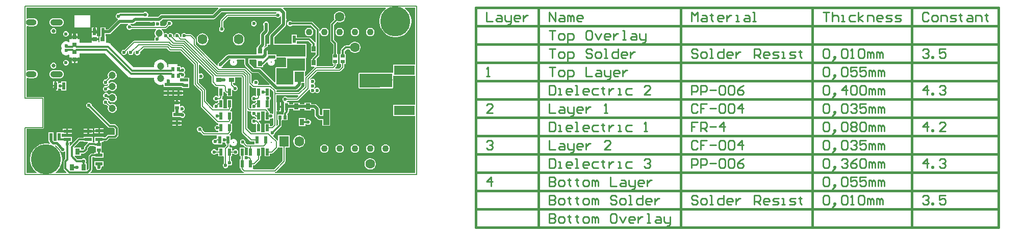
<source format=gbl>
G04*
G04 #@! TF.GenerationSoftware,Altium Limited,Altium Designer,23.10.1 (27)*
G04*
G04 Layer_Physical_Order=4*
G04 Layer_Color=255*
%FSLAX44Y44*%
%MOMM*%
G71*
G04*
G04 #@! TF.SameCoordinates,12E47488-CEE1-414F-AB97-9C1FAA11A261*
G04*
G04*
G04 #@! TF.FilePolarity,Positive*
G04*
G01*
G75*
%ADD10C,0.2540*%
%ADD11C,0.2000*%
%ADD12C,0.3000*%
%ADD15C,0.3810*%
%ADD23R,0.5000X0.6500*%
%ADD24R,0.6500X0.5000*%
%ADD26R,1.2000X0.5500*%
%ADD27R,0.7000X0.8000*%
%ADD28R,0.5500X1.2000*%
%ADD34R,0.8000X1.0000*%
%ADD40C,0.6500*%
%ADD41O,2.1000X1.0500*%
%ADD42O,1.8000X1.0000*%
%ADD43C,0.3000*%
%ADD44O,1.6000X1.7000*%
%ADD45R,1.6000X1.7000*%
%ADD46C,1.1000*%
%ADD47C,1.6000*%
%ADD48R,1.6000X1.6000*%
%ADD49R,1.8000X1.8000*%
%ADD50C,1.8000*%
%ADD51C,5.0000*%
%ADD54C,0.5000*%
%ADD55C,0.4000*%
%ADD57C,0.6000*%
%ADD58R,3.5000X1.0000*%
%ADD59R,3.4000X1.5000*%
%ADD60R,0.8000X0.7000*%
%ADD61R,0.8000X0.9000*%
%ADD62R,0.9000X0.8000*%
%ADD63C,1.2000*%
%ADD64R,0.6500X0.9500*%
%ADD65R,1.0000X2.5000*%
%ADD66R,5.5000X2.2500*%
G36*
X321212Y276230D02*
X311561Y266578D01*
X227000D01*
X227000Y266578D01*
X225439Y266268D01*
X224116Y265384D01*
X224116Y265384D01*
X220811Y262078D01*
X211413D01*
X210395Y262500D01*
X208605D01*
X207587Y262078D01*
X204238D01*
X203712Y263348D01*
X203815Y263451D01*
X204500Y265105D01*
Y266895D01*
X203815Y268549D01*
X202549Y269815D01*
X200895Y270500D01*
X199105D01*
X197451Y269815D01*
X196695Y269059D01*
X158258D01*
X158257Y269059D01*
X157087Y268826D01*
X156095Y268163D01*
X155921Y267989D01*
X155895Y268000D01*
X154105D01*
X152451Y267315D01*
X151185Y266049D01*
X150500Y264395D01*
Y262605D01*
X151185Y260951D01*
X152451Y259685D01*
X154039Y259027D01*
X154169Y258711D01*
X154384Y257730D01*
X153866Y257384D01*
X153866Y257384D01*
X138061Y241578D01*
X133750D01*
Y245000D01*
X125250D01*
Y237644D01*
X125172Y237250D01*
X125172Y237250D01*
Y230000D01*
X123250D01*
Y220226D01*
X123250Y220000D01*
X123216Y219936D01*
X121784D01*
X121750Y220000D01*
X121750Y220226D01*
Y223500D01*
X110750D01*
Y220226D01*
X110750Y220000D01*
X110204Y218956D01*
X91000D01*
Y225250D01*
X87500D01*
Y227250D01*
X82500D01*
X77500D01*
Y225250D01*
X74000D01*
Y220987D01*
X72730Y220401D01*
X71338Y221205D01*
X69303Y221750D01*
X67197D01*
X65162Y221205D01*
X63338Y220152D01*
X61848Y218662D01*
X60795Y216838D01*
X60250Y214803D01*
Y212697D01*
X60795Y210662D01*
X61178Y210000D01*
X60795Y209338D01*
X60250Y207303D01*
Y205197D01*
X60795Y203162D01*
X61848Y201338D01*
X63338Y199848D01*
X65162Y198795D01*
X67197Y198250D01*
X69303D01*
X71338Y198795D01*
X72730Y199599D01*
X74000Y199013D01*
Y194750D01*
X77500D01*
Y192750D01*
X82500D01*
X87500D01*
Y194750D01*
X91000D01*
Y201044D01*
X133026D01*
X171106Y162964D01*
X172464Y161922D01*
X174045Y161267D01*
X175742Y161044D01*
X214000D01*
Y158552D01*
X214750Y155754D01*
X216198Y153246D01*
X218246Y151198D01*
X220754Y149750D01*
X223552Y149000D01*
X226448D01*
X228730Y149611D01*
X230000Y148849D01*
Y145250D01*
X245000D01*
Y145422D01*
X247500D01*
Y145250D01*
X259982D01*
X260116Y145116D01*
X260116Y145116D01*
X261439Y144232D01*
X263000Y143922D01*
X267500D01*
X267894Y144000D01*
X272250D01*
Y152000D01*
X272250D01*
Y153000D01*
X272250D01*
Y161000D01*
X267894D01*
X267500Y161078D01*
X263842D01*
X263590Y162348D01*
X263799Y162435D01*
X265065Y163701D01*
X265750Y165355D01*
Y167145D01*
X265065Y168799D01*
X263864Y170000D01*
X265065Y171201D01*
X265750Y172855D01*
Y174645D01*
X265065Y176299D01*
X263799Y177565D01*
X262145Y178250D01*
X260355D01*
X259770Y178008D01*
X258500Y178856D01*
Y180250D01*
X253000D01*
Y183750D01*
X238000D01*
Y178956D01*
X236000D01*
Y181448D01*
X235250Y184246D01*
X233802Y186754D01*
X231754Y188802D01*
X229246Y190250D01*
X226448Y191000D01*
X223552D01*
X220754Y190250D01*
X218246Y188802D01*
X216198Y186754D01*
X214750Y184246D01*
X214000Y181448D01*
Y178956D01*
X180446D01*
X142366Y217036D01*
X141008Y218078D01*
X139427Y218733D01*
X137730Y218956D01*
X134796D01*
X134250Y220000D01*
X134250Y220226D01*
Y230000D01*
X133750Y230000D01*
Y233422D01*
X139750D01*
X139750Y233422D01*
X141311Y233732D01*
X142634Y234616D01*
X158439Y250422D01*
X171056D01*
X171308Y249152D01*
X170761Y248925D01*
X169495Y247659D01*
X168810Y246005D01*
Y244215D01*
X169495Y242561D01*
X170761Y241295D01*
X172415Y240610D01*
X174205D01*
X175859Y241295D01*
X177015Y242451D01*
X217866D01*
X218206Y241181D01*
X217895Y241001D01*
X216499Y239605D01*
X215511Y237895D01*
X215000Y235987D01*
Y234013D01*
X215511Y232105D01*
X216499Y230395D01*
X216888Y230005D01*
X216701Y229065D01*
X215435Y227799D01*
X214750Y226145D01*
Y224355D01*
X215075Y223569D01*
X214227Y222299D01*
X181000D01*
X180025Y222105D01*
X179198Y221552D01*
X165395Y207750D01*
X165395Y207750D01*
X163605D01*
X161951Y207065D01*
X160685Y205799D01*
X160000Y204145D01*
Y202355D01*
X160685Y200701D01*
X161951Y199435D01*
X163605Y198750D01*
X165395D01*
X167049Y199435D01*
X168315Y200701D01*
X169000Y202355D01*
Y204145D01*
X169000Y204145D01*
X170244Y205390D01*
X171321Y204670D01*
X171000Y203895D01*
Y202105D01*
X171685Y200451D01*
X172951Y199185D01*
X174605Y198500D01*
X176395D01*
X178049Y199185D01*
X179315Y200451D01*
X180000Y202105D01*
Y203895D01*
X180000Y203895D01*
X181245Y205140D01*
X182321Y204420D01*
X182000Y203645D01*
Y201855D01*
X182685Y200201D01*
X183951Y198935D01*
X185605Y198250D01*
X187395D01*
X189049Y198935D01*
X190315Y200201D01*
X191000Y201855D01*
Y203645D01*
X191000Y203645D01*
X197556Y210201D01*
X235595D01*
X239848Y205948D01*
X240675Y205395D01*
X241651Y205201D01*
X257696D01*
X280181Y182716D01*
Y150542D01*
X280375Y149567D01*
X280927Y148740D01*
X283812Y145855D01*
X283812Y145855D01*
X291701Y137966D01*
Y113800D01*
X291895Y112825D01*
X292448Y111998D01*
X310846Y93599D01*
X310948Y93448D01*
X318448Y85948D01*
X319275Y85395D01*
X320078Y85235D01*
X320251Y85201D01*
X321250Y84586D01*
X321250Y82916D01*
X320217Y82000D01*
X318605D01*
X316951Y81315D01*
X315685Y80049D01*
X315000Y78395D01*
Y76605D01*
X315685Y74951D01*
X316951Y73685D01*
X318605Y73000D01*
X320395D01*
X321250Y72429D01*
Y70049D01*
X298556D01*
X294500Y74105D01*
X294500Y74105D01*
Y75895D01*
X293815Y77549D01*
X292549Y78815D01*
X290895Y79500D01*
X289105D01*
X287451Y78815D01*
X286185Y77549D01*
X285500Y75895D01*
Y74105D01*
X286185Y72451D01*
X287451Y71185D01*
X289105Y70500D01*
X290895D01*
X290895Y70500D01*
X295698Y65698D01*
X296525Y65145D01*
X297500Y64951D01*
X318750D01*
Y60049D01*
X318407D01*
X317431Y59855D01*
X316604Y59302D01*
X316506Y59204D01*
X316395Y59250D01*
X314605D01*
X312951Y58565D01*
X311685Y57299D01*
X311000Y55645D01*
Y53855D01*
X311685Y52201D01*
X312951Y50935D01*
X314605Y50250D01*
X316395D01*
X317480Y50699D01*
X318750Y50000D01*
Y50000D01*
X327250D01*
Y52977D01*
X328520Y53553D01*
X329855Y53000D01*
X331645D01*
X331694Y53020D01*
X332750Y52315D01*
Y50000D01*
X334451D01*
Y48341D01*
X331020Y44910D01*
X329750Y45000D01*
X329529Y45000D01*
X321250D01*
Y40049D01*
X317565D01*
X317565Y40049D01*
X316299Y41315D01*
X314645Y42000D01*
X312855D01*
X311201Y41315D01*
X309935Y40049D01*
X309250Y38395D01*
Y36605D01*
X309935Y34951D01*
X311201Y33685D01*
X312855Y33000D01*
X314645D01*
X316299Y33685D01*
X317565Y34951D01*
X317565Y34951D01*
X321250D01*
Y30000D01*
X329750Y30000D01*
X330201Y28917D01*
Y18815D01*
X330201Y18815D01*
X328935Y17549D01*
X328250Y15895D01*
Y14105D01*
X328935Y12451D01*
X330201Y11185D01*
X331855Y10500D01*
X333645D01*
X335299Y11185D01*
X336565Y12451D01*
X337250Y14105D01*
Y14168D01*
X338306Y14874D01*
X338605Y14750D01*
X340395D01*
X342049Y15435D01*
X343315Y16701D01*
X344000Y18355D01*
Y20145D01*
X343315Y21799D01*
X342049Y23065D01*
X342049Y23065D01*
Y30000D01*
X343750D01*
Y34951D01*
X345935D01*
X345935Y34951D01*
X347201Y33685D01*
X348855Y33000D01*
X350645D01*
X352299Y33685D01*
X353565Y34951D01*
X354250Y36605D01*
Y38395D01*
X353565Y40049D01*
X352299Y41315D01*
X350645Y42000D01*
X348855D01*
X347201Y41315D01*
X345935Y40049D01*
X345935Y40049D01*
X343750D01*
Y45000D01*
X340007D01*
X339554Y45561D01*
X339328Y46270D01*
X339355Y46310D01*
X339549Y47285D01*
Y50000D01*
X341181D01*
X341244Y49849D01*
X342931Y48161D01*
X345137Y47248D01*
X347523D01*
X349729Y48161D01*
X351417Y49849D01*
X352330Y52055D01*
Y54441D01*
X351417Y56647D01*
X349729Y58334D01*
X347523Y59248D01*
X345137D01*
X342931Y58334D01*
X342423Y57826D01*
X341250Y58313D01*
Y65000D01*
X339901D01*
X339375Y66270D01*
X341302Y68198D01*
X341855Y69025D01*
X342049Y70000D01*
X343750D01*
Y85000D01*
X340581D01*
X340125Y86270D01*
X341302Y87448D01*
X341855Y88275D01*
X342049Y89250D01*
Y90000D01*
X343750D01*
Y105000D01*
X340831D01*
X340375Y106270D01*
X341302Y107198D01*
X341855Y108025D01*
X342049Y109000D01*
Y110000D01*
X343750D01*
Y125000D01*
X335250D01*
Y110299D01*
X329750D01*
Y125000D01*
X327264D01*
X326778Y126173D01*
X327302Y126698D01*
X327855Y127524D01*
X328049Y128500D01*
Y130000D01*
X329750D01*
Y137204D01*
X330712Y137600D01*
X331020Y137625D01*
X332948Y135698D01*
X333775Y135145D01*
X334750Y134951D01*
X335250D01*
Y130000D01*
X343750D01*
Y140243D01*
X344617Y140578D01*
X345020Y140616D01*
X346201Y139435D01*
X347855Y138750D01*
X349645D01*
X351299Y139435D01*
X352565Y140701D01*
X353250Y142355D01*
Y144145D01*
X352565Y145799D01*
X351299Y147065D01*
X349645Y147750D01*
X347855D01*
X347855Y147750D01*
X345299Y150306D01*
Y152000D01*
X349000D01*
Y161451D01*
X359595D01*
X360201Y160845D01*
Y70250D01*
X360395Y69275D01*
X360948Y68448D01*
X373698Y55698D01*
X374524Y55145D01*
X375500Y54951D01*
X381250D01*
Y50299D01*
X368556D01*
X366000Y52855D01*
X366000Y52855D01*
Y54645D01*
X365315Y56299D01*
X364049Y57565D01*
X362395Y58250D01*
X360605D01*
X358951Y57565D01*
X357685Y56299D01*
X357000Y54645D01*
Y52855D01*
X357685Y51201D01*
X358951Y49935D01*
X360605Y49250D01*
X362395D01*
X362395Y49250D01*
X365698Y45948D01*
X366525Y45395D01*
X367500Y45201D01*
X369063D01*
X370250Y45000D01*
Y32606D01*
X368980Y31758D01*
X368395Y32000D01*
X366605D01*
X366020Y31758D01*
X364750Y32606D01*
Y45000D01*
X356250D01*
Y30000D01*
X357951D01*
Y25000D01*
X356250D01*
Y10000D01*
X357951D01*
Y9500D01*
X358145Y8525D01*
X358698Y7698D01*
X361948Y4448D01*
X362775Y3895D01*
X363403Y3770D01*
X363278Y2500D01*
X108735D01*
X108249Y3673D01*
X110663Y6087D01*
X110663Y6087D01*
X111326Y7079D01*
X111559Y8250D01*
Y28483D01*
X112017Y28941D01*
X115000D01*
Y27750D01*
X130000D01*
Y36250D01*
X128417D01*
X127250Y36500D01*
Y44230D01*
X127250Y44500D01*
Y45500D01*
X127250Y45770D01*
Y53500D01*
X128209Y54250D01*
X130500D01*
Y55441D01*
X134250D01*
X134250Y55441D01*
X135421Y55674D01*
X136413Y56337D01*
X140017Y59941D01*
X149500D01*
X149500Y59941D01*
X150670Y60174D01*
X151663Y60837D01*
X154413Y63587D01*
X154413Y63587D01*
X155076Y64579D01*
X155309Y65750D01*
X155309Y65750D01*
Y76750D01*
X155076Y77921D01*
X154413Y78913D01*
X154413Y78913D01*
X150413Y82913D01*
X149420Y83576D01*
X148250Y83809D01*
X148250Y83809D01*
X141517D01*
X110500Y114826D01*
Y115895D01*
X109815Y117549D01*
X108549Y118815D01*
X106895Y119500D01*
X105105D01*
X103451Y118815D01*
X102185Y117549D01*
X101500Y115895D01*
Y114105D01*
X102185Y112451D01*
X103451Y111185D01*
X105105Y110500D01*
X106174D01*
X138087Y78587D01*
X139080Y77924D01*
X140250Y77691D01*
X140250Y77691D01*
X146983D01*
X149191Y75483D01*
Y67017D01*
X148233Y66059D01*
X138750D01*
X138750Y66059D01*
X137579Y65826D01*
X136587Y65163D01*
X136587Y65163D01*
X132983Y61559D01*
X130500D01*
Y62750D01*
X115500D01*
Y54754D01*
X115201Y54040D01*
X114516Y53559D01*
X113691D01*
X112500Y53750D01*
X112500Y54829D01*
Y62250D01*
X97500D01*
Y61059D01*
X89500D01*
X88329Y60826D01*
X87337Y60163D01*
X75337Y48163D01*
X75180Y47927D01*
X74054Y48529D01*
X74500Y49605D01*
Y51395D01*
X74051Y52480D01*
X74773Y53750D01*
X77500D01*
Y62250D01*
X62500D01*
Y62250D01*
X61250Y62298D01*
Y67702D01*
X62500Y67750D01*
X62520Y67750D01*
X68500D01*
Y70500D01*
X62500D01*
Y70048D01*
X61250Y70000D01*
X61230Y70000D01*
X52750D01*
Y55774D01*
X52500Y55569D01*
X47978D01*
X47250Y56297D01*
Y70000D01*
X38750D01*
Y55000D01*
X39531D01*
X39703Y54134D01*
X40477Y52977D01*
X41342Y52112D01*
X40735Y50922D01*
X37086Y51500D01*
X32914D01*
X28795Y50848D01*
X24827Y49559D01*
X21111Y47665D01*
X17736Y45213D01*
X14787Y42264D01*
X12335Y38889D01*
X10441Y35173D01*
X9153Y31205D01*
X8500Y27086D01*
Y22914D01*
X9153Y18795D01*
X10441Y14828D01*
X12335Y11111D01*
X14787Y7736D01*
X17736Y4787D01*
X19222Y3708D01*
X18829Y2500D01*
X2500D01*
Y76126D01*
X30000D01*
X31148Y76602D01*
X31624Y77750D01*
Y127250D01*
X31148Y128398D01*
X30000Y128874D01*
X2500D01*
Y160185D01*
X3770Y160895D01*
X4803Y160467D01*
X6500Y160244D01*
X14500D01*
X16197Y160467D01*
X17778Y161122D01*
X19136Y162164D01*
X20178Y163522D01*
X20833Y165103D01*
X21056Y166800D01*
X20833Y168497D01*
X20178Y170078D01*
X19136Y171436D01*
X17778Y172478D01*
X16197Y173133D01*
X14500Y173356D01*
X6500D01*
X4803Y173133D01*
X3770Y172705D01*
X2500Y173415D01*
Y246585D01*
X3770Y247295D01*
X4803Y246867D01*
X6500Y246644D01*
X14500D01*
X16197Y246867D01*
X17778Y247522D01*
X19136Y248564D01*
X20178Y249922D01*
X20833Y251503D01*
X21056Y253200D01*
X20833Y254897D01*
X20178Y256478D01*
X19136Y257836D01*
X17778Y258878D01*
X16197Y259533D01*
X14500Y259756D01*
X6500D01*
X4803Y259533D01*
X3770Y259105D01*
X2500Y259815D01*
Y277500D01*
X320686D01*
X321212Y276230D01*
D02*
G37*
G36*
X417660Y269152D02*
X417451Y269065D01*
X416185Y267799D01*
X416185Y267799D01*
X336500D01*
X335525Y267605D01*
X334698Y267052D01*
X324948Y257302D01*
X324395Y256475D01*
X324201Y255500D01*
Y245565D01*
X324201Y245565D01*
X322935Y244299D01*
X322250Y242645D01*
Y240855D01*
X322935Y239201D01*
X324201Y237935D01*
X325855Y237250D01*
X327645D01*
X329299Y237935D01*
X330565Y239201D01*
X331250Y240855D01*
Y242645D01*
X330565Y244299D01*
X329299Y245565D01*
X329299Y245565D01*
Y254444D01*
X337556Y262701D01*
X416185D01*
X416185Y262701D01*
X417451Y261435D01*
X419105Y260750D01*
X420895D01*
X422549Y261435D01*
X423815Y262701D01*
X424152Y263514D01*
X425422Y263261D01*
Y260163D01*
X425000Y259145D01*
Y257355D01*
X425422Y256337D01*
Y251689D01*
X407116Y233384D01*
X406232Y232061D01*
X405922Y230500D01*
X405922Y230500D01*
Y217624D01*
X402750D01*
X401602Y217148D01*
X401126Y216000D01*
Y213454D01*
X400189Y213268D01*
X398866Y212384D01*
X397759Y211276D01*
X396381Y211695D01*
X396353Y211835D01*
X397634Y213116D01*
X397634Y213116D01*
X398518Y214439D01*
X398828Y216000D01*
Y231311D01*
X403134Y235616D01*
X403134Y235616D01*
X404018Y236939D01*
X404328Y238500D01*
X404328Y238500D01*
Y248087D01*
X404750Y249105D01*
Y250895D01*
X404065Y252549D01*
X402799Y253815D01*
X401145Y254500D01*
X399355D01*
X397701Y253815D01*
X396435Y252549D01*
X395750Y250895D01*
Y249105D01*
X396172Y248087D01*
Y240189D01*
X391866Y235884D01*
X390982Y234561D01*
X390672Y233000D01*
X390672Y233000D01*
Y217689D01*
X387116Y214134D01*
X386232Y212811D01*
X385971Y211500D01*
X384500D01*
Y199578D01*
X337500D01*
X337500Y199578D01*
X335939Y199268D01*
X334616Y198384D01*
X322969Y186737D01*
X321951Y186315D01*
X320685Y185049D01*
X320000Y183395D01*
Y181651D01*
X319870Y181530D01*
X318891Y180964D01*
X283299Y216556D01*
Y225250D01*
X283105Y226225D01*
X282552Y227052D01*
X277052Y232552D01*
X276225Y233105D01*
X275250Y233299D01*
X267815D01*
X267815Y233299D01*
X266549Y234565D01*
X264895Y235250D01*
X263105D01*
X261451Y234565D01*
X260185Y233299D01*
X259500Y231645D01*
Y229855D01*
X259710Y229347D01*
X258634Y228628D01*
X257000Y230262D01*
Y231645D01*
X256315Y233299D01*
X255049Y234565D01*
X253395Y235250D01*
X251605D01*
X249951Y234565D01*
X248685Y233299D01*
X248000Y231645D01*
Y229855D01*
X248144Y229506D01*
X247068Y228787D01*
X246000Y229855D01*
X246000Y229855D01*
Y231645D01*
X245315Y233299D01*
X244049Y234565D01*
X242395Y235250D01*
X240605D01*
X238951Y234565D01*
X238330Y233944D01*
X237500Y233417D01*
X236670Y233944D01*
X236049Y234565D01*
X234395Y235250D01*
X232605D01*
X231270Y234697D01*
X230314Y235131D01*
X230000Y235410D01*
Y235987D01*
X229489Y237895D01*
X228501Y239605D01*
X227105Y241001D01*
X226794Y241181D01*
X227134Y242451D01*
X233500D01*
X234475Y242645D01*
X235302Y243198D01*
X239105Y247000D01*
X239105Y247000D01*
X240895D01*
X242549Y247685D01*
X243815Y248951D01*
X244500Y250605D01*
Y252395D01*
X243815Y254049D01*
X242549Y255315D01*
X240895Y256000D01*
X239105D01*
X237451Y255315D01*
X236185Y254049D01*
X235500Y252395D01*
Y250605D01*
X235500Y250605D01*
X232444Y247549D01*
X224822D01*
X224071Y248819D01*
X224500Y249855D01*
Y251645D01*
X223972Y252920D01*
X223962Y252997D01*
X224017Y253686D01*
X224431Y254479D01*
X225384Y255116D01*
X228689Y258422D01*
X313250D01*
X313250Y258422D01*
X314811Y258732D01*
X316134Y259616D01*
X326939Y270422D01*
X417408D01*
X417660Y269152D01*
D02*
G37*
G36*
X215917Y252652D02*
X215500Y251645D01*
Y249855D01*
X215929Y248819D01*
X215178Y247549D01*
X177171D01*
X177125Y247659D01*
X175859Y248925D01*
X175312Y249152D01*
X175564Y250422D01*
X178990D01*
X178990Y250422D01*
X180550Y250732D01*
X181873Y251616D01*
X184179Y253922D01*
X207587D01*
X208605Y253500D01*
X210395D01*
X211413Y253922D01*
X215148D01*
X215917Y252652D01*
D02*
G37*
G36*
X647500Y182500D02*
X611500D01*
Y169877D01*
X610230Y169028D01*
X610000Y169124D01*
X555000D01*
X553852Y168648D01*
X553376Y167500D01*
Y145000D01*
X553500Y144702D01*
Y143500D01*
X554702D01*
X555000Y143376D01*
X610000D01*
X611148Y143852D01*
X611624Y145000D01*
Y164500D01*
X647500D01*
Y115500D01*
X611500D01*
Y97500D01*
X647500D01*
Y2500D01*
X414972D01*
X414847Y3770D01*
X415476Y3895D01*
X416302Y4448D01*
X431602Y19748D01*
X432155Y20575D01*
X432349Y21550D01*
Y45000D01*
X439300D01*
Y65000D01*
X420300D01*
Y56997D01*
X419030Y56611D01*
X418902Y56802D01*
X412056Y63649D01*
X412354Y65147D01*
X413049Y65435D01*
X414315Y66701D01*
X415000Y68355D01*
Y69424D01*
X425163Y79587D01*
X425163Y79587D01*
X425826Y80580D01*
X426059Y81750D01*
Y89352D01*
X426957Y90250D01*
X428000D01*
X428270Y90250D01*
X436000D01*
Y99750D01*
X436000D01*
X435596Y101020D01*
X436663Y102087D01*
X436663Y102087D01*
X437326Y103079D01*
X437559Y104250D01*
Y105000D01*
X438750D01*
Y108922D01*
X445000D01*
Y106500D01*
X456000D01*
Y108922D01*
X464000D01*
Y106500D01*
X475000D01*
Y108922D01*
X479311D01*
X480922Y107311D01*
Y98750D01*
X480922Y98750D01*
X481232Y97189D01*
X482116Y95866D01*
X485866Y92116D01*
X485866Y92116D01*
X487189Y91232D01*
X488750Y90922D01*
X488750Y90922D01*
X493500D01*
Y81000D01*
X506500D01*
Y109000D01*
X493500D01*
Y99078D01*
X490439D01*
X489078Y100439D01*
Y109000D01*
X488768Y110561D01*
X487884Y111884D01*
X487884Y111884D01*
X483884Y115884D01*
X482561Y116768D01*
X481000Y117078D01*
X481000Y117078D01*
X475000D01*
Y119500D01*
X464000D01*
Y117078D01*
X456000D01*
Y119500D01*
X445000D01*
Y117078D01*
X438750D01*
Y120000D01*
X435007D01*
X434672Y120866D01*
X434634Y121270D01*
X435815Y122451D01*
X435815Y122451D01*
X452000D01*
X452976Y122645D01*
X453802Y123198D01*
X471427Y140823D01*
X471869Y141484D01*
X473000Y140895D01*
Y139105D01*
X473685Y137451D01*
X474951Y136185D01*
X476605Y135500D01*
X478395D01*
X480049Y136185D01*
X481250Y137386D01*
X482451Y136185D01*
X484105Y135500D01*
X485895D01*
X487549Y136185D01*
X488815Y137451D01*
X489500Y139105D01*
Y140895D01*
X488815Y142549D01*
X487549Y143815D01*
X485895Y144500D01*
X484105D01*
X482451Y143815D01*
X481250Y142614D01*
X480114Y143750D01*
X481315Y144951D01*
X482000Y146605D01*
Y148395D01*
X481315Y150049D01*
X480114Y151250D01*
X481315Y152451D01*
X482000Y154105D01*
Y155895D01*
X481315Y157549D01*
X480049Y158815D01*
X478395Y159500D01*
X476605D01*
X474951Y158815D01*
X474156Y158020D01*
X472737Y158325D01*
X472712Y158407D01*
X485505Y171201D01*
X522750D01*
X523725Y171395D01*
X524552Y171948D01*
X529302Y176698D01*
X529855Y177525D01*
X530049Y178500D01*
Y184000D01*
X532250D01*
Y191730D01*
X532250Y192000D01*
Y193000D01*
X532250Y193270D01*
Y201000D01*
X530559D01*
Y205233D01*
X533867Y208541D01*
X538685D01*
X538847Y207933D01*
X540098Y205767D01*
X541867Y203998D01*
X544033Y202747D01*
X546449Y202100D01*
X548951D01*
X551367Y202747D01*
X553533Y203998D01*
X555302Y205767D01*
X556553Y207933D01*
X557200Y210349D01*
Y212851D01*
X556553Y215267D01*
X555302Y217433D01*
X553533Y219202D01*
X551367Y220453D01*
X548951Y221100D01*
X546449D01*
X544033Y220453D01*
X541867Y219202D01*
X540098Y217433D01*
X538847Y215267D01*
X538685Y214659D01*
X532600D01*
X531429Y214426D01*
X530437Y213763D01*
X525337Y208663D01*
X524674Y207670D01*
X524441Y206500D01*
X524441Y206500D01*
Y201000D01*
X522750D01*
Y193270D01*
X522750Y193000D01*
Y192000D01*
X522750Y191730D01*
Y184000D01*
X524951D01*
Y179556D01*
X521694Y176299D01*
X515313D01*
X514827Y177472D01*
X516802Y179448D01*
X517355Y180275D01*
X517549Y181250D01*
Y184000D01*
X519750D01*
Y191730D01*
X519750Y192000D01*
Y193000D01*
X519750Y193270D01*
Y201000D01*
X518059D01*
Y218000D01*
X517826Y219170D01*
X517163Y220163D01*
X517163Y220163D01*
X513059Y224267D01*
Y248833D01*
X518088Y253862D01*
X518633Y253547D01*
X521049Y252900D01*
X523551D01*
X525967Y253547D01*
X528133Y254798D01*
X529902Y256567D01*
X531153Y258733D01*
X531800Y261149D01*
Y263651D01*
X531153Y266067D01*
X529902Y268233D01*
X528133Y270002D01*
X525967Y271253D01*
X523551Y271900D01*
X521049D01*
X518633Y271253D01*
X516467Y270002D01*
X514698Y268233D01*
X513447Y266067D01*
X512800Y263651D01*
Y261149D01*
X513447Y258733D01*
X513762Y258188D01*
X507837Y252263D01*
X507174Y251271D01*
X506941Y250100D01*
X506941Y250100D01*
Y223000D01*
X506941Y223000D01*
X507174Y221829D01*
X507837Y220837D01*
X511941Y216733D01*
Y201000D01*
X510250D01*
Y193270D01*
X510250Y193000D01*
Y192000D01*
X510250Y191730D01*
Y184000D01*
X512451D01*
Y182306D01*
X510194Y180049D01*
X484250D01*
Y192250D01*
X484250Y192250D01*
X484250D01*
X484685Y193360D01*
X487913Y196587D01*
X487913Y196587D01*
X488576Y197579D01*
X488809Y198750D01*
X488809Y198750D01*
Y235244D01*
X490079Y235411D01*
X490377Y234298D01*
X491299Y232702D01*
X492602Y231399D01*
X494198Y230477D01*
X495978Y230000D01*
X497822D01*
X499602Y230477D01*
X501198Y231399D01*
X502501Y232702D01*
X503423Y234298D01*
X503900Y236078D01*
Y237922D01*
X503423Y239702D01*
X502501Y241298D01*
X501198Y242601D01*
X499602Y243523D01*
X497822Y244000D01*
X495978D01*
X494198Y243523D01*
X492602Y242601D01*
X491299Y241298D01*
X490377Y239702D01*
X490079Y238589D01*
X488809Y238756D01*
Y241250D01*
X488576Y242421D01*
X487913Y243413D01*
X487913Y243413D01*
X478163Y253163D01*
X477170Y253826D01*
X476000Y254059D01*
X476000Y254059D01*
X443305D01*
X442549Y254815D01*
X440895Y255500D01*
X439105D01*
X437451Y254815D01*
X436185Y253549D01*
X435500Y251895D01*
Y250105D01*
X436185Y248451D01*
X437451Y247185D01*
X439105Y246500D01*
X440895D01*
X442549Y247185D01*
X443305Y247941D01*
X474733D01*
X482691Y239983D01*
Y220387D01*
X482368Y220159D01*
X481421Y219904D01*
X474163Y227163D01*
X473171Y227826D01*
X472000Y228059D01*
X472000Y228059D01*
X451250D01*
Y232500D01*
X442750D01*
Y217624D01*
X414078D01*
Y228811D01*
X432384Y247116D01*
X432384Y247116D01*
X433268Y248439D01*
X433578Y250000D01*
X433578Y250000D01*
Y256337D01*
X434000Y257355D01*
Y259145D01*
X433578Y260163D01*
Y269500D01*
X433268Y271061D01*
X432384Y272384D01*
X432384Y272384D01*
X428538Y276230D01*
X429064Y277500D01*
X598829D01*
X599222Y276292D01*
X597736Y275213D01*
X594787Y272264D01*
X592335Y268889D01*
X590442Y265173D01*
X589152Y261205D01*
X588500Y257086D01*
Y252914D01*
X589152Y248795D01*
X590442Y244827D01*
X592335Y241111D01*
X594787Y237736D01*
X597736Y234787D01*
X601111Y232335D01*
X604827Y230441D01*
X608795Y229153D01*
X612914Y228500D01*
X617086D01*
X621205Y229153D01*
X625173Y230441D01*
X628889Y232335D01*
X632264Y234787D01*
X635213Y237736D01*
X637665Y241111D01*
X639558Y244827D01*
X640847Y248795D01*
X641500Y252914D01*
Y257086D01*
X640847Y261205D01*
X639558Y265173D01*
X637665Y268889D01*
X635213Y272264D01*
X632264Y275213D01*
X630778Y276292D01*
X631171Y277500D01*
X647500D01*
Y182500D01*
D02*
G37*
G36*
X466000Y196000D02*
X417500D01*
Y200000D01*
X402750D01*
Y216000D01*
X466000D01*
Y196000D01*
D02*
G37*
G36*
X433420Y193106D02*
X433376Y193000D01*
Y183750D01*
Y178624D01*
X417000D01*
X415852Y178148D01*
X415376Y177000D01*
Y154051D01*
X414203Y153565D01*
X391884Y175884D01*
X390561Y176768D01*
X389000Y177078D01*
X389000Y177078D01*
X380439D01*
X372328Y185189D01*
Y191422D01*
X383659D01*
X384500Y190500D01*
Y178500D01*
X395500D01*
Y181581D01*
X395967Y181674D01*
X396959Y182337D01*
X401560Y186938D01*
X402830Y186412D01*
Y185555D01*
X403744Y183349D01*
X405431Y181661D01*
X407637Y180748D01*
X410023D01*
X412229Y181661D01*
X413917Y183349D01*
X414830Y185555D01*
Y187941D01*
X413986Y189980D01*
X414473Y191250D01*
X417500D01*
Y194376D01*
X417500Y194376D01*
X432572D01*
X433420Y193106D01*
D02*
G37*
G36*
X364172Y183500D02*
X364172Y183500D01*
X364482Y181939D01*
X365366Y180616D01*
X375866Y170116D01*
X375866Y170116D01*
X377189Y169232D01*
X378750Y168922D01*
X378750Y168922D01*
X387311D01*
X406010Y150222D01*
X405524Y149049D01*
X387209D01*
X386683Y150319D01*
X387065Y150701D01*
X387750Y152355D01*
Y154145D01*
X387065Y155799D01*
X385799Y157065D01*
X384145Y157750D01*
X382355D01*
X380701Y157065D01*
X379435Y155799D01*
X378750Y154145D01*
Y152415D01*
X378583Y152263D01*
X377631Y151737D01*
X375799Y153570D01*
Y166250D01*
X375605Y167225D01*
X375052Y168052D01*
X366802Y176302D01*
X365975Y176855D01*
X365000Y177049D01*
X326418D01*
X326165Y178319D01*
X327049Y178685D01*
X328315Y179951D01*
X328736Y180969D01*
X339189Y191422D01*
X340859D01*
X341345Y190248D01*
X341244Y190147D01*
X340330Y187941D01*
Y185555D01*
X341244Y183349D01*
X342931Y181661D01*
X345137Y180748D01*
X347523D01*
X349729Y181661D01*
X351417Y183349D01*
X352330Y185555D01*
Y187941D01*
X351417Y190147D01*
X351315Y190248D01*
X351801Y191422D01*
X364172D01*
Y183500D01*
D02*
G37*
G36*
X476154Y216520D02*
X475748Y215250D01*
X474750D01*
Y202750D01*
X482691D01*
Y200017D01*
X477337Y194663D01*
X476674Y193671D01*
X476441Y192500D01*
X475197Y192250D01*
X474750D01*
Y179750D01*
X480099D01*
X480625Y178480D01*
X465873Y163728D01*
X464700Y164214D01*
Y171376D01*
X465000D01*
X466148Y171852D01*
X466624Y173000D01*
Y193000D01*
X466148Y194148D01*
X467117Y194839D01*
X467148Y194852D01*
X467624Y196000D01*
Y216000D01*
X467148Y217148D01*
X466000Y217624D01*
X451250D01*
Y221941D01*
X470733D01*
X476154Y216520D01*
D02*
G37*
G36*
X309451Y163345D02*
Y154263D01*
X309645Y153287D01*
X310198Y152460D01*
X315961Y146698D01*
X316787Y146145D01*
X317763Y145951D01*
X320480D01*
X321250Y145000D01*
Y130410D01*
X320062Y129802D01*
X319799Y130065D01*
X318145Y130750D01*
X316355D01*
X314701Y130065D01*
X313435Y128799D01*
X312750Y127145D01*
Y125355D01*
X313435Y123701D01*
X314701Y122435D01*
X316355Y121750D01*
X318145D01*
X319799Y122435D01*
X319980Y122616D01*
X321250Y122090D01*
Y120049D01*
X321000D01*
X320025Y119855D01*
X319198Y119302D01*
X318145Y118250D01*
X318145Y118250D01*
X316355D01*
X314701Y117565D01*
X313435Y116299D01*
X312750Y114645D01*
Y112855D01*
X312827Y112669D01*
X312049Y111229D01*
X311717Y111166D01*
X300299Y122584D01*
Y140472D01*
X300105Y141447D01*
X299552Y142274D01*
X288779Y153048D01*
Y158698D01*
X290049Y159438D01*
X291105Y159000D01*
X292895D01*
X294549Y159685D01*
X295815Y160951D01*
X296500Y162605D01*
Y164395D01*
X295815Y166049D01*
X294549Y167315D01*
X292895Y168000D01*
X291105D01*
X290049Y167563D01*
X288779Y168302D01*
Y182358D01*
X289952Y182844D01*
X309451Y163345D01*
D02*
G37*
G36*
X465000Y173000D02*
X445000D01*
Y150000D01*
X417768D01*
X417000Y150768D01*
Y177000D01*
X435000D01*
Y183750D01*
Y192250D01*
Y193000D01*
X465000D01*
Y173000D01*
D02*
G37*
G36*
X463576Y146431D02*
X453944Y136799D01*
X417299D01*
Y138967D01*
X417453Y139378D01*
X418410Y140172D01*
X449750D01*
X449750Y140172D01*
X451311Y140482D01*
X452634Y141366D01*
X458084Y146816D01*
X458084Y146816D01*
X458968Y148139D01*
X459278Y149700D01*
X459278Y149700D01*
Y152500D01*
X463576D01*
Y146431D01*
D02*
G37*
G36*
X377461Y144698D02*
X378288Y144145D01*
X379264Y143951D01*
X383750D01*
Y131160D01*
X383436Y130881D01*
X382480Y130447D01*
X381145Y131000D01*
X379355D01*
X377701Y130315D01*
X376435Y129049D01*
X375750Y127395D01*
Y125605D01*
X376435Y123951D01*
X377701Y122685D01*
X379355Y122000D01*
X381145D01*
X382480Y122553D01*
X383750Y121977D01*
Y120049D01*
X382775Y119855D01*
X381948Y119302D01*
X380895Y118250D01*
X380895Y118250D01*
X379105D01*
X377451Y117565D01*
X376185Y116299D01*
X375500Y114645D01*
Y112855D01*
X376136Y111319D01*
X375678Y110049D01*
X373556D01*
X372299Y111306D01*
Y148201D01*
X373472Y148687D01*
X377461Y144698D01*
D02*
G37*
G36*
X453826Y130431D02*
X450944Y127549D01*
X435815D01*
X435815Y127549D01*
X434549Y128815D01*
X432895Y129500D01*
X431105D01*
X429451Y128815D01*
X428185Y127549D01*
X427500Y125895D01*
Y124105D01*
X428185Y122451D01*
X429451Y121185D01*
X429748Y121062D01*
X430250Y120000D01*
X430250Y119480D01*
Y105000D01*
X430250Y105000D01*
X429831Y103904D01*
X429174Y102921D01*
X428941Y101750D01*
X428941Y101750D01*
Y100648D01*
X428043Y99750D01*
X427000D01*
X426730Y99750D01*
X419000D01*
Y90250D01*
X419941D01*
Y83017D01*
X418525Y81601D01*
X418405Y81615D01*
X417299Y82171D01*
Y105000D01*
X419000D01*
Y112500D01*
Y120000D01*
X417299D01*
Y131701D01*
X453300D01*
X453826Y130431D01*
D02*
G37*
G36*
X412201Y138194D02*
Y134250D01*
Y101209D01*
X410931Y100683D01*
X410549Y101065D01*
X408895Y101750D01*
X407105D01*
X406250Y102321D01*
Y105000D01*
X404549D01*
X404355Y105976D01*
X403802Y106802D01*
X401875Y108730D01*
X402401Y110000D01*
X406250D01*
Y123636D01*
X407065Y124451D01*
X407750Y126105D01*
Y127895D01*
X407065Y129549D01*
X406250Y130364D01*
Y142349D01*
X407520Y142875D01*
X412201Y138194D01*
D02*
G37*
G36*
X370698Y105698D02*
X371525Y105145D01*
X372500Y104951D01*
X375428D01*
X375886Y103681D01*
X375250Y102145D01*
Y100355D01*
X375935Y98701D01*
X377201Y97435D01*
X378855Y96750D01*
X380645D01*
X380645Y96750D01*
X381698Y95698D01*
X382525Y95145D01*
X383500Y94951D01*
X383750D01*
Y92773D01*
X382577Y92287D01*
X382549Y92315D01*
X380895Y93000D01*
X379105D01*
X377451Y92315D01*
X376185Y91049D01*
X375500Y89395D01*
Y87605D01*
X376185Y85951D01*
X377451Y84685D01*
X379105Y84000D01*
X380895D01*
X382549Y84685D01*
X383750Y84090D01*
Y70299D01*
X376056D01*
X368799Y77556D01*
Y105937D01*
X369972Y106423D01*
X370698Y105698D01*
D02*
G37*
G36*
X397750Y90000D02*
X406250D01*
Y92179D01*
X407105Y92750D01*
X408895D01*
X410549Y93435D01*
X410931Y93817D01*
X412201Y93291D01*
Y82806D01*
X409444Y80049D01*
X406250D01*
Y85000D01*
X397750D01*
Y70299D01*
X392250D01*
Y85000D01*
X390549D01*
Y85250D01*
X390355Y86226D01*
X389802Y87052D01*
X388028Y88827D01*
X388514Y90000D01*
X392250D01*
Y104951D01*
X397750D01*
Y90000D01*
D02*
G37*
G36*
X97500Y53750D02*
X103928D01*
X104256Y53210D01*
X104404Y52480D01*
X99087Y47163D01*
X98424Y46171D01*
X98191Y45000D01*
X98191Y45000D01*
Y42767D01*
X96483Y41059D01*
X93000D01*
Y44500D01*
X82122D01*
X81310Y45484D01*
X90767Y54941D01*
X97500D01*
Y53750D01*
D02*
G37*
G36*
X113837Y47337D02*
X113837Y47337D01*
X114830Y46674D01*
X116000Y46441D01*
X116000Y46441D01*
X116852D01*
X117750Y45543D01*
Y44500D01*
X117750Y44230D01*
Y36500D01*
X116584Y36250D01*
X115000D01*
Y35059D01*
X110750D01*
X109579Y34826D01*
X108587Y34163D01*
X108587Y34163D01*
X106337Y31913D01*
X105674Y30921D01*
X105441Y29750D01*
X105441Y29750D01*
Y9517D01*
X103673Y7749D01*
X102500Y8235D01*
Y18500D01*
X101410D01*
X100815Y19701D01*
X101500Y21355D01*
Y23145D01*
X100815Y24799D01*
X99549Y26065D01*
X97895Y26750D01*
X96105D01*
X94451Y26065D01*
X93695Y25309D01*
X87017D01*
X82096Y30230D01*
X82622Y31500D01*
X93000D01*
Y34941D01*
X97750D01*
X97750Y34941D01*
X98920Y35174D01*
X99913Y35837D01*
X103413Y39337D01*
X103413Y39337D01*
X104076Y40329D01*
X104309Y41500D01*
X104309Y41500D01*
Y43733D01*
X108017Y47441D01*
X113733D01*
X113837Y47337D01*
D02*
G37*
G36*
X397750Y44167D02*
Y30000D01*
X406250D01*
Y34951D01*
X410000D01*
X410975Y35145D01*
X411802Y35698D01*
X418902Y42798D01*
X419455Y43625D01*
X419539Y44045D01*
X420300Y45000D01*
X427251D01*
Y22606D01*
X413444Y8799D01*
X378917D01*
X378750Y10000D01*
X378750D01*
Y14951D01*
X379750D01*
X380726Y15145D01*
X381552Y15698D01*
X389802Y23948D01*
X390355Y24774D01*
X390549Y25750D01*
Y30000D01*
X392250D01*
Y45000D01*
X393437Y45201D01*
X396500D01*
X396569Y45215D01*
X397750Y44167D01*
D02*
G37*
G36*
X58250Y41203D02*
Y40855D01*
X58935Y39201D01*
X60201Y37935D01*
X61855Y37250D01*
X63645D01*
X65299Y37935D01*
X65671Y38307D01*
X66941Y37781D01*
Y26017D01*
X64837Y23913D01*
X64174Y22920D01*
X63941Y21750D01*
X63941Y21750D01*
Y9758D01*
X63941Y9757D01*
X64174Y8587D01*
X64837Y7595D01*
X68758Y3673D01*
X68272Y2500D01*
X51171D01*
X50778Y3708D01*
X52264Y4787D01*
X55213Y7736D01*
X57665Y11111D01*
X59559Y14828D01*
X60848Y18795D01*
X61500Y22914D01*
Y27086D01*
X60848Y31205D01*
X59559Y35173D01*
X57665Y38889D01*
X55213Y42264D01*
X52264Y45213D01*
X50002Y46856D01*
X50363Y48164D01*
X51184Y48269D01*
X58250Y41203D01*
D02*
G37*
%LPC*%
G36*
X57550Y260008D02*
X47050D01*
X45288Y259776D01*
X43646Y259096D01*
X42236Y258014D01*
X41154Y256604D01*
X40474Y254962D01*
X40242Y253200D01*
X40474Y251438D01*
X41154Y249796D01*
X42236Y248386D01*
X43646Y247304D01*
X45288Y246624D01*
X47050Y246392D01*
X57550D01*
X59312Y246624D01*
X60954Y247304D01*
X62364Y248386D01*
X63446Y249796D01*
X64126Y251438D01*
X64358Y253200D01*
X64126Y254962D01*
X63446Y256604D01*
X62364Y258014D01*
X60954Y259096D01*
X59312Y259776D01*
X57550Y260008D01*
D02*
G37*
G36*
X108002Y265000D02*
X82002D01*
Y244999D01*
X108002D01*
Y265000D01*
D02*
G37*
G36*
X119750Y245000D02*
X117000D01*
Y239000D01*
X119750D01*
Y245000D01*
D02*
G37*
G36*
X114000D02*
X111250D01*
Y239000D01*
X114000D01*
Y245000D01*
D02*
G37*
G36*
X48245Y243650D02*
X46355D01*
X44609Y242927D01*
X43273Y241591D01*
X42550Y239845D01*
Y237955D01*
X43273Y236209D01*
X44609Y234873D01*
X46355Y234150D01*
X48245D01*
X49991Y234873D01*
X51327Y236209D01*
X52050Y237955D01*
Y239845D01*
X51327Y241591D01*
X49991Y242927D01*
X48245Y243650D01*
D02*
G37*
G36*
X87500Y234250D02*
X84000D01*
Y230250D01*
X87500D01*
Y234250D01*
D02*
G37*
G36*
X81000D02*
X77500D01*
Y230250D01*
X81000D01*
Y234250D01*
D02*
G37*
G36*
X68895Y238500D02*
X67105D01*
X65451Y237815D01*
X64185Y236549D01*
X63500Y234895D01*
Y233105D01*
X64185Y231451D01*
X65451Y230185D01*
X67105Y229500D01*
X68895D01*
X70549Y230185D01*
X71815Y231451D01*
X72500Y233105D01*
Y234895D01*
X71815Y236549D01*
X70549Y237815D01*
X68895Y238500D01*
D02*
G37*
G36*
X115500Y237500D02*
D01*
Y236000D01*
X111250D01*
Y231063D01*
X110750Y230000D01*
X110750Y228937D01*
Y226500D01*
X121750D01*
Y230000D01*
X121020D01*
X119750Y230000D01*
X119750Y231270D01*
Y236000D01*
X115500D01*
Y237500D01*
D02*
G37*
G36*
X87500Y189750D02*
X84000D01*
Y185750D01*
X87500D01*
Y189750D01*
D02*
G37*
G36*
X81000D02*
X77500D01*
Y185750D01*
X81000D01*
Y189750D01*
D02*
G37*
G36*
X68895Y190500D02*
X67105D01*
X65451Y189815D01*
X64185Y188549D01*
X63500Y186895D01*
Y185105D01*
X64185Y183451D01*
X65451Y182185D01*
X67105Y181500D01*
X68895D01*
X70549Y182185D01*
X71815Y183451D01*
X72500Y185105D01*
Y186895D01*
X71815Y188549D01*
X70549Y189815D01*
X68895Y190500D01*
D02*
G37*
G36*
X48245Y185850D02*
X46355D01*
X44609Y185127D01*
X43273Y183791D01*
X42550Y182045D01*
Y180155D01*
X43273Y178409D01*
X44609Y177073D01*
X46355Y176350D01*
X48245D01*
X49991Y177073D01*
X51327Y178409D01*
X52050Y180155D01*
Y182045D01*
X51327Y183791D01*
X49991Y185127D01*
X48245Y185850D01*
D02*
G37*
G36*
X57550Y173608D02*
X47050D01*
X45288Y173376D01*
X43646Y172696D01*
X42236Y171614D01*
X41154Y170204D01*
X40474Y168562D01*
X40242Y166800D01*
X40474Y165038D01*
X41154Y163396D01*
X42236Y161986D01*
X43646Y160904D01*
X45288Y160224D01*
X47050Y159992D01*
X57550D01*
X59312Y160224D01*
X60954Y160904D01*
X62364Y161986D01*
X63446Y163396D01*
X64126Y165038D01*
X64358Y166800D01*
X64126Y168562D01*
X63446Y170204D01*
X62364Y171614D01*
X60954Y172696D01*
X59312Y173376D01*
X57550Y173608D01*
D02*
G37*
G36*
X145987Y172500D02*
X144013D01*
X142105Y171989D01*
X140395Y171001D01*
X138998Y169605D01*
X138011Y167895D01*
X137500Y165987D01*
Y164013D01*
X138011Y162105D01*
X138282Y161637D01*
X134645Y158000D01*
X133105D01*
X131451Y157315D01*
X130185Y156049D01*
X129500Y154395D01*
Y152605D01*
X130185Y150951D01*
X131451Y149685D01*
X133105Y149000D01*
X134895D01*
X136549Y149685D01*
X136935Y150071D01*
X138011Y149395D01*
X137628Y147967D01*
X136918D01*
X135942Y147773D01*
X135115Y147220D01*
X134895Y147000D01*
X134895Y147000D01*
X133105D01*
X131451Y146315D01*
X130185Y145049D01*
X129500Y143395D01*
Y141605D01*
X130185Y139951D01*
X131451Y138685D01*
X133105Y138000D01*
X134895D01*
X136549Y138685D01*
X137815Y139951D01*
X138205Y140892D01*
X139673Y141220D01*
X140395Y140499D01*
X142105Y139511D01*
X144013Y139000D01*
X145987D01*
X147895Y139511D01*
X149605Y140499D01*
X151002Y141895D01*
X151989Y143605D01*
X152500Y145513D01*
Y147487D01*
X151989Y149395D01*
X151002Y151105D01*
X149605Y152501D01*
X147895Y153489D01*
X145987Y154000D01*
X144013D01*
X142105Y153489D01*
X140395Y152501D01*
X139434Y151540D01*
X138357Y152260D01*
X138500Y152605D01*
Y154395D01*
X138427Y154572D01*
X141953Y158099D01*
X142105Y158011D01*
X144013Y157500D01*
X145987D01*
X147895Y158011D01*
X149605Y158998D01*
X151002Y160395D01*
X151989Y162105D01*
X152500Y164013D01*
Y165987D01*
X151989Y167895D01*
X151002Y169605D01*
X149605Y171001D01*
X147895Y171989D01*
X145987Y172500D01*
D02*
G37*
G36*
X68750Y155000D02*
X60250D01*
Y152685D01*
X59194Y151980D01*
X59145Y152000D01*
X57355D01*
X56020Y151447D01*
X54750Y152023D01*
Y155000D01*
X52000D01*
Y147500D01*
Y140000D01*
X54750D01*
Y142977D01*
X56020Y143553D01*
X57355Y143000D01*
X59145D01*
X59194Y143020D01*
X60250Y142315D01*
Y140000D01*
X68750D01*
Y155000D01*
D02*
G37*
G36*
X49000D02*
X46250D01*
Y149000D01*
X49000D01*
Y155000D01*
D02*
G37*
G36*
Y146000D02*
X46250D01*
Y140000D01*
X49000D01*
Y146000D01*
D02*
G37*
G36*
X262500Y139750D02*
X256500D01*
Y137000D01*
X262500D01*
Y139750D01*
D02*
G37*
G36*
X245000D02*
X239000D01*
Y137000D01*
X245000D01*
Y139750D01*
D02*
G37*
G36*
X253500D02*
X247500D01*
Y137000D01*
X253500D01*
Y139750D01*
D02*
G37*
G36*
X236000D02*
X230000D01*
Y137000D01*
X236000D01*
Y139750D01*
D02*
G37*
G36*
X262500Y134000D02*
X256500D01*
Y131250D01*
X262500D01*
Y134000D01*
D02*
G37*
G36*
X253500D02*
X247500D01*
Y131250D01*
X253500D01*
Y134000D01*
D02*
G37*
G36*
X245000D02*
X239000D01*
Y131250D01*
X245000D01*
Y134000D01*
D02*
G37*
G36*
X236000D02*
X230000D01*
Y131250D01*
X236000D01*
Y134000D01*
D02*
G37*
G36*
X135145Y136000D02*
X133355D01*
X131701Y135315D01*
X130435Y134049D01*
X129750Y132395D01*
Y130605D01*
X130435Y128951D01*
X131701Y127685D01*
X133355Y127000D01*
X135145D01*
X135209Y127027D01*
X135337Y126899D01*
X135337Y126899D01*
X136329Y126236D01*
X137500Y126003D01*
X137636D01*
X137955Y124815D01*
X137632Y123610D01*
X137632Y123610D01*
X137632D01*
X137277Y123337D01*
X137240Y123374D01*
X136299Y124315D01*
X134645Y125000D01*
X132855D01*
X131201Y124315D01*
X129935Y123049D01*
X129250Y121395D01*
Y119605D01*
X129935Y117951D01*
X131201Y116685D01*
X132855Y116000D01*
X134645D01*
X134910Y116110D01*
X138053Y112967D01*
X138011Y112895D01*
X137500Y110987D01*
Y109013D01*
X138011Y107105D01*
X138998Y105395D01*
X140395Y103998D01*
X142105Y103011D01*
X144013Y102500D01*
X145987D01*
X147895Y103011D01*
X149605Y103998D01*
X151002Y105395D01*
X151989Y107105D01*
X152500Y109013D01*
Y110987D01*
X151989Y112895D01*
X151002Y114605D01*
X149605Y116002D01*
X147895Y116989D01*
X145987Y117500D01*
X144013D01*
X142105Y116989D01*
X141557Y116673D01*
X138250Y119980D01*
Y121395D01*
X137881Y122285D01*
X137874Y122302D01*
X138319Y122537D01*
X138319D01*
X138320Y122537D01*
X139545Y122348D01*
X140395Y121498D01*
X142105Y120511D01*
X144013Y120000D01*
X145987D01*
X147895Y120511D01*
X149605Y121498D01*
X151002Y122895D01*
X151989Y124605D01*
X152500Y126513D01*
Y128487D01*
X151989Y130395D01*
X151002Y132105D01*
X149605Y133502D01*
X147895Y134489D01*
X145987Y135000D01*
X144013D01*
X142105Y134489D01*
X140395Y133502D01*
X139880Y132986D01*
X138382Y133284D01*
X138065Y134049D01*
X136799Y135315D01*
X135145Y136000D01*
D02*
G37*
G36*
X257250Y123500D02*
X254000D01*
Y121000D01*
X257250D01*
Y123500D01*
D02*
G37*
G36*
X251000D02*
X247750D01*
Y121000D01*
X251000D01*
Y123500D01*
D02*
G37*
G36*
X257250Y118000D02*
X252500D01*
X247750D01*
Y115770D01*
X247750Y115500D01*
Y114500D01*
X247750Y114230D01*
Y106500D01*
X248422D01*
Y103750D01*
X245000D01*
Y95250D01*
X258636D01*
X258951Y94935D01*
X260605Y94250D01*
X262395D01*
X264049Y94935D01*
X265315Y96201D01*
X266000Y97855D01*
Y99645D01*
X265315Y101299D01*
X264049Y102565D01*
X262395Y103250D01*
X262067D01*
X262040Y103268D01*
X260974Y103480D01*
X260468Y103597D01*
X260390Y103732D01*
X261106Y105000D01*
X261645D01*
X263299Y105685D01*
X264565Y106951D01*
X265250Y108605D01*
Y110395D01*
X264565Y112049D01*
X263299Y113315D01*
X261645Y114000D01*
X259855D01*
X258520Y113447D01*
X257250Y114023D01*
X257250Y114500D01*
Y115500D01*
X257250Y115770D01*
Y118000D01*
D02*
G37*
G36*
X260000Y89750D02*
X254000D01*
Y87000D01*
X260000D01*
Y89750D01*
D02*
G37*
G36*
X251000D02*
X245000D01*
Y87000D01*
X251000D01*
Y89750D01*
D02*
G37*
G36*
X260000Y84000D02*
X254000D01*
Y81250D01*
X260000D01*
Y84000D01*
D02*
G37*
G36*
X251000D02*
X245000D01*
Y81250D01*
X251000D01*
Y84000D01*
D02*
G37*
G36*
X130500Y76750D02*
X124500D01*
Y74000D01*
X130500D01*
Y76750D01*
D02*
G37*
G36*
X121500D02*
X115500D01*
Y74000D01*
X121500D01*
Y76750D01*
D02*
G37*
G36*
X112500Y76250D02*
X106500D01*
Y73500D01*
X112500D01*
Y76250D01*
D02*
G37*
G36*
X77500D02*
X71500D01*
Y73500D01*
X77500D01*
Y76250D01*
D02*
G37*
G36*
X103500D02*
X97500D01*
Y73500D01*
X103500D01*
Y76250D01*
D02*
G37*
G36*
X68500D02*
X62500D01*
Y73500D01*
X68500D01*
Y76250D01*
D02*
G37*
G36*
X130500Y71000D02*
X124500D01*
Y68250D01*
X130500D01*
Y71000D01*
D02*
G37*
G36*
X121500D02*
X115500D01*
Y68250D01*
X121500D01*
Y71000D01*
D02*
G37*
G36*
X112500Y70500D02*
X106500D01*
Y67750D01*
X112500D01*
Y70500D01*
D02*
G37*
G36*
X103500D02*
X97500D01*
Y67750D01*
X103500D01*
Y70500D01*
D02*
G37*
G36*
X77500D02*
X71500D01*
Y67750D01*
X77500D01*
Y70500D01*
D02*
G37*
G36*
X130000Y22250D02*
X115000D01*
Y13750D01*
X117083D01*
X118000Y12645D01*
Y10855D01*
X118685Y9201D01*
X119951Y7935D01*
X121605Y7250D01*
X123395D01*
X125049Y7935D01*
X126315Y9201D01*
X127000Y10855D01*
Y12645D01*
X127917Y13750D01*
X130000D01*
Y22250D01*
D02*
G37*
G36*
X380895Y255500D02*
X379105D01*
X377451Y254815D01*
X376185Y253549D01*
X375500Y251895D01*
Y250105D01*
X376185Y248451D01*
X377451Y247185D01*
X379105Y246500D01*
X380895D01*
X382549Y247185D01*
X383815Y248451D01*
X384500Y250105D01*
Y251895D01*
X383815Y253549D01*
X382549Y254815D01*
X380895Y255500D01*
D02*
G37*
G36*
X354800Y235082D02*
X352320Y234755D01*
X350009Y233798D01*
X348025Y232276D01*
X346502Y230291D01*
X345545Y227980D01*
X345218Y225500D01*
Y224500D01*
X345545Y222020D01*
X346502Y219709D01*
X348025Y217725D01*
X350009Y216202D01*
X352320Y215245D01*
X354800Y214918D01*
X357280Y215245D01*
X359591Y216202D01*
X361576Y217725D01*
X363098Y219709D01*
X364055Y222020D01*
X364382Y224500D01*
Y225500D01*
X364055Y227980D01*
X363098Y230291D01*
X361576Y232276D01*
X359591Y233798D01*
X357280Y234755D01*
X354800Y235082D01*
D02*
G37*
G36*
X294800D02*
X292320Y234755D01*
X290009Y233798D01*
X288025Y232276D01*
X286502Y230291D01*
X285544Y227980D01*
X285218Y225500D01*
Y224500D01*
X285544Y222020D01*
X286502Y219709D01*
X288025Y217725D01*
X290009Y216202D01*
X292320Y215245D01*
X294800Y214918D01*
X297280Y215245D01*
X299591Y216202D01*
X301575Y217725D01*
X303098Y219709D01*
X304055Y222020D01*
X304382Y224500D01*
Y225500D01*
X304055Y227980D01*
X303098Y230291D01*
X301575Y232276D01*
X299591Y233798D01*
X297280Y234755D01*
X294800Y235082D01*
D02*
G37*
G36*
X574022Y244000D02*
X572178D01*
X570398Y243523D01*
X568802Y242601D01*
X567499Y241298D01*
X566577Y239702D01*
X566100Y237922D01*
Y236078D01*
X566577Y234298D01*
X567499Y232702D01*
X568802Y231399D01*
X570398Y230477D01*
X572178Y230000D01*
X574022D01*
X575802Y230477D01*
X577398Y231399D01*
X578701Y232702D01*
X579623Y234298D01*
X580100Y236078D01*
Y237922D01*
X579623Y239702D01*
X578701Y241298D01*
X577398Y242601D01*
X575802Y243523D01*
X574022Y244000D01*
D02*
G37*
G36*
X548622D02*
X546778D01*
X544998Y243523D01*
X543402Y242601D01*
X542099Y241298D01*
X541177Y239702D01*
X540700Y237922D01*
Y236078D01*
X541177Y234298D01*
X542099Y232702D01*
X543402Y231399D01*
X544998Y230477D01*
X546778Y230000D01*
X548622D01*
X550402Y230477D01*
X551998Y231399D01*
X553301Y232702D01*
X554223Y234298D01*
X554700Y236078D01*
Y237922D01*
X554223Y239702D01*
X553301Y241298D01*
X551998Y242601D01*
X550402Y243523D01*
X548622Y244000D01*
D02*
G37*
G36*
X523222D02*
X521378D01*
X519598Y243523D01*
X518002Y242601D01*
X516699Y241298D01*
X515777Y239702D01*
X515300Y237922D01*
Y236078D01*
X515777Y234298D01*
X516699Y232702D01*
X518002Y231399D01*
X519598Y230477D01*
X521378Y230000D01*
X523222D01*
X525002Y230477D01*
X526598Y231399D01*
X527901Y232702D01*
X528823Y234298D01*
X529300Y236078D01*
Y237922D01*
X528823Y239702D01*
X527901Y241298D01*
X526598Y242601D01*
X525002Y243523D01*
X523222Y244000D01*
D02*
G37*
G36*
X472422D02*
X470578D01*
X468798Y243523D01*
X467202Y242601D01*
X465899Y241298D01*
X464977Y239702D01*
X464500Y237922D01*
Y236078D01*
X464977Y234298D01*
X465899Y232702D01*
X467202Y231399D01*
X468798Y230477D01*
X470578Y230000D01*
X472422D01*
X474202Y230477D01*
X475798Y231399D01*
X477101Y232702D01*
X478023Y234298D01*
X478500Y236078D01*
Y237922D01*
X478023Y239702D01*
X477101Y241298D01*
X475798Y242601D01*
X474202Y243523D01*
X472422Y244000D01*
D02*
G37*
G36*
X465500Y93500D02*
X454500D01*
Y80500D01*
X465500D01*
Y83941D01*
X466945D01*
X467701Y83185D01*
X469355Y82500D01*
X471145D01*
X472799Y83185D01*
X474065Y84451D01*
X474750Y86105D01*
Y87895D01*
X474065Y89549D01*
X472799Y90815D01*
X471145Y91500D01*
X469355D01*
X467701Y90815D01*
X466945Y90059D01*
X465500D01*
Y93500D01*
D02*
G37*
G36*
X455200Y65082D02*
X452720Y64755D01*
X450409Y63798D01*
X448425Y62275D01*
X446902Y60291D01*
X445945Y57980D01*
X445618Y55500D01*
Y54500D01*
X445945Y52020D01*
X446902Y49709D01*
X448425Y47724D01*
X450409Y46202D01*
X452720Y45244D01*
X455200Y44918D01*
X457680Y45244D01*
X459991Y46202D01*
X461976Y47724D01*
X463498Y49709D01*
X464455Y52020D01*
X464782Y54500D01*
Y55500D01*
X464455Y57980D01*
X463498Y60291D01*
X461976Y62275D01*
X459991Y63798D01*
X457680Y64755D01*
X455200Y65082D01*
D02*
G37*
G36*
X599422Y50000D02*
X597578D01*
X595798Y49523D01*
X594202Y48601D01*
X592899Y47298D01*
X591977Y45702D01*
X591500Y43922D01*
Y42078D01*
X591977Y40298D01*
X592899Y38702D01*
X594202Y37399D01*
X595798Y36477D01*
X597578Y36000D01*
X599422D01*
X601202Y36477D01*
X602798Y37399D01*
X604101Y38702D01*
X605023Y40298D01*
X605500Y42078D01*
Y43922D01*
X605023Y45702D01*
X604101Y47298D01*
X602798Y48601D01*
X601202Y49523D01*
X599422Y50000D01*
D02*
G37*
G36*
X574022D02*
X572178D01*
X570398Y49523D01*
X568802Y48601D01*
X567499Y47298D01*
X566577Y45702D01*
X566100Y43922D01*
Y42078D01*
X566577Y40298D01*
X567499Y38702D01*
X568802Y37399D01*
X570398Y36477D01*
X572178Y36000D01*
X574022D01*
X575802Y36477D01*
X577398Y37399D01*
X578701Y38702D01*
X579623Y40298D01*
X580100Y42078D01*
Y43922D01*
X579623Y45702D01*
X578701Y47298D01*
X577398Y48601D01*
X575802Y49523D01*
X574022Y50000D01*
D02*
G37*
G36*
X548622D02*
X546778D01*
X544998Y49523D01*
X543402Y48601D01*
X542099Y47298D01*
X541177Y45702D01*
X540700Y43922D01*
Y42078D01*
X541177Y40298D01*
X542099Y38702D01*
X543402Y37399D01*
X544998Y36477D01*
X546778Y36000D01*
X548622D01*
X550402Y36477D01*
X551998Y37399D01*
X553301Y38702D01*
X554223Y40298D01*
X554700Y42078D01*
Y43922D01*
X554223Y45702D01*
X553301Y47298D01*
X551998Y48601D01*
X550402Y49523D01*
X548622Y50000D01*
D02*
G37*
G36*
X523222D02*
X521378D01*
X519598Y49523D01*
X518002Y48601D01*
X516699Y47298D01*
X515777Y45702D01*
X515300Y43922D01*
Y42078D01*
X515777Y40298D01*
X516699Y38702D01*
X518002Y37399D01*
X519598Y36477D01*
X521378Y36000D01*
X523222D01*
X525002Y36477D01*
X526598Y37399D01*
X527901Y38702D01*
X528823Y40298D01*
X529300Y42078D01*
Y43922D01*
X528823Y45702D01*
X527901Y47298D01*
X526598Y48601D01*
X525002Y49523D01*
X523222Y50000D01*
D02*
G37*
G36*
X497822D02*
X495978D01*
X494198Y49523D01*
X492602Y48601D01*
X491299Y47298D01*
X490377Y45702D01*
X489900Y43922D01*
Y42078D01*
X490377Y40298D01*
X491299Y38702D01*
X492602Y37399D01*
X494198Y36477D01*
X495978Y36000D01*
X497822D01*
X499602Y36477D01*
X501198Y37399D01*
X502501Y38702D01*
X503423Y40298D01*
X503900Y42078D01*
Y43922D01*
X503423Y45702D01*
X502501Y47298D01*
X501198Y48601D01*
X499602Y49523D01*
X497822Y50000D01*
D02*
G37*
G36*
X574351Y27100D02*
X571849D01*
X569433Y26453D01*
X567267Y25202D01*
X565498Y23433D01*
X564247Y21267D01*
X563600Y18851D01*
Y16349D01*
X564247Y13933D01*
X565498Y11767D01*
X567267Y9998D01*
X569433Y8747D01*
X571849Y8100D01*
X574351D01*
X576767Y8747D01*
X578933Y9998D01*
X580702Y11767D01*
X581953Y13933D01*
X582600Y16349D01*
Y18851D01*
X581953Y21267D01*
X580702Y23433D01*
X578933Y25202D01*
X576767Y26453D01*
X574351Y27100D01*
D02*
G37*
G36*
X424750Y120000D02*
X422000D01*
Y114000D01*
X424750D01*
Y120000D01*
D02*
G37*
G36*
Y111000D02*
X422000D01*
Y105000D01*
X424750D01*
Y111000D01*
D02*
G37*
%LPD*%
D10*
X766007Y270185D02*
Y254950D01*
X776164D01*
X783781Y265107D02*
X788860D01*
X791399Y262568D01*
Y254950D01*
X783781D01*
X781242Y257489D01*
X783781Y260028D01*
X791399D01*
X796477Y265107D02*
Y257489D01*
X799016Y254950D01*
X806634D01*
Y252411D01*
X804095Y249872D01*
X801556D01*
X806634Y254950D02*
Y265107D01*
X819330Y254950D02*
X814251D01*
X811712Y257489D01*
Y262568D01*
X814251Y265107D01*
X819330D01*
X821869Y262568D01*
Y260028D01*
X811712D01*
X826947Y265107D02*
Y254950D01*
Y260028D01*
X829487Y262568D01*
X832026Y265107D01*
X834565D01*
X773625Y-19370D02*
Y-4135D01*
X766007Y-11753D01*
X776164D01*
X766007Y54286D02*
X768546Y56825D01*
X773625D01*
X776164Y54286D01*
Y51747D01*
X773625Y49208D01*
X771085D01*
X773625D01*
X776164Y46668D01*
Y44129D01*
X773625Y41590D01*
X768546D01*
X766007Y44129D01*
X776164Y102550D02*
X766007D01*
X776164Y112707D01*
Y115246D01*
X773625Y117785D01*
X768546D01*
X766007Y115246D01*
Y163510D02*
X771085D01*
X768546D01*
Y178745D01*
X766007Y176206D01*
X870125Y254950D02*
Y270185D01*
X880282Y254950D01*
Y270185D01*
X887899Y265107D02*
X892978D01*
X895517Y262568D01*
Y254950D01*
X887899D01*
X885360Y257489D01*
X887899Y260028D01*
X895517D01*
X900595Y254950D02*
Y265107D01*
X903134D01*
X905673Y262568D01*
Y254950D01*
Y262568D01*
X908213Y265107D01*
X910752Y262568D01*
Y254950D01*
X923448D02*
X918369D01*
X915830Y257489D01*
Y262568D01*
X918369Y265107D01*
X923448D01*
X925987Y262568D01*
Y260028D01*
X915830D01*
X870125Y-65095D02*
Y-80330D01*
X877742D01*
X880282Y-77791D01*
Y-75252D01*
X877742Y-72712D01*
X870125D01*
X877742D01*
X880282Y-70173D01*
Y-67634D01*
X877742Y-65095D01*
X870125D01*
X887899Y-80330D02*
X892978D01*
X895517Y-77791D01*
Y-72712D01*
X892978Y-70173D01*
X887899D01*
X885360Y-72712D01*
Y-77791D01*
X887899Y-80330D01*
X903134Y-67634D02*
Y-70173D01*
X900595D01*
X905673D01*
X903134D01*
Y-77791D01*
X905673Y-80330D01*
X915830Y-67634D02*
Y-70173D01*
X913291D01*
X918369D01*
X915830D01*
Y-77791D01*
X918369Y-80330D01*
X928526D02*
X933604D01*
X936143Y-77791D01*
Y-72712D01*
X933604Y-70173D01*
X928526D01*
X925987Y-72712D01*
Y-77791D01*
X928526Y-80330D01*
X941222D02*
Y-70173D01*
X943761D01*
X946300Y-72712D01*
Y-80330D01*
Y-72712D01*
X948839Y-70173D01*
X951379Y-72712D01*
Y-80330D01*
X979310Y-65095D02*
X974231D01*
X971692Y-67634D01*
Y-77791D01*
X974231Y-80330D01*
X979310D01*
X981849Y-77791D01*
Y-67634D01*
X979310Y-65095D01*
X986927Y-70173D02*
X992005Y-80330D01*
X997084Y-70173D01*
X1009780Y-80330D02*
X1004701D01*
X1002162Y-77791D01*
Y-72712D01*
X1004701Y-70173D01*
X1009780D01*
X1012319Y-72712D01*
Y-75252D01*
X1002162D01*
X1017397Y-70173D02*
Y-80330D01*
Y-75252D01*
X1019936Y-72712D01*
X1022476Y-70173D01*
X1025015D01*
X1032632Y-80330D02*
X1037711D01*
X1035172D01*
Y-65095D01*
X1032632D01*
X1047867Y-70173D02*
X1052946D01*
X1055485Y-72712D01*
Y-80330D01*
X1047867D01*
X1045328Y-77791D01*
X1047867Y-75252D01*
X1055485D01*
X1060563Y-70173D02*
Y-77791D01*
X1063102Y-80330D01*
X1070720D01*
Y-82869D01*
X1068181Y-85408D01*
X1065642D01*
X1070720Y-80330D02*
Y-70173D01*
X870125Y-34615D02*
Y-49850D01*
X877742D01*
X880282Y-47311D01*
Y-44772D01*
X877742Y-42232D01*
X870125D01*
X877742D01*
X880282Y-39693D01*
Y-37154D01*
X877742Y-34615D01*
X870125D01*
X887899Y-49850D02*
X892978D01*
X895517Y-47311D01*
Y-42232D01*
X892978Y-39693D01*
X887899D01*
X885360Y-42232D01*
Y-47311D01*
X887899Y-49850D01*
X903134Y-37154D02*
Y-39693D01*
X900595D01*
X905673D01*
X903134D01*
Y-47311D01*
X905673Y-49850D01*
X915830Y-37154D02*
Y-39693D01*
X913291D01*
X918369D01*
X915830D01*
Y-47311D01*
X918369Y-49850D01*
X928526D02*
X933604D01*
X936143Y-47311D01*
Y-42232D01*
X933604Y-39693D01*
X928526D01*
X925987Y-42232D01*
Y-47311D01*
X928526Y-49850D01*
X941222D02*
Y-39693D01*
X943761D01*
X946300Y-42232D01*
Y-49850D01*
Y-42232D01*
X948839Y-39693D01*
X951379Y-42232D01*
Y-49850D01*
X981849Y-37154D02*
X979310Y-34615D01*
X974231D01*
X971692Y-37154D01*
Y-39693D01*
X974231Y-42232D01*
X979310D01*
X981849Y-44772D01*
Y-47311D01*
X979310Y-49850D01*
X974231D01*
X971692Y-47311D01*
X989466Y-49850D02*
X994545D01*
X997084Y-47311D01*
Y-42232D01*
X994545Y-39693D01*
X989466D01*
X986927Y-42232D01*
Y-47311D01*
X989466Y-49850D01*
X1002162D02*
X1007241D01*
X1004701D01*
Y-34615D01*
X1002162D01*
X1025015D02*
Y-49850D01*
X1017397D01*
X1014858Y-47311D01*
Y-42232D01*
X1017397Y-39693D01*
X1025015D01*
X1037711Y-49850D02*
X1032632D01*
X1030093Y-47311D01*
Y-42232D01*
X1032632Y-39693D01*
X1037711D01*
X1040250Y-42232D01*
Y-44772D01*
X1030093D01*
X1045328Y-39693D02*
Y-49850D01*
Y-44772D01*
X1047867Y-42232D01*
X1050407Y-39693D01*
X1052946D01*
X870125Y-4135D02*
Y-19370D01*
X877742D01*
X880282Y-16831D01*
Y-14292D01*
X877742Y-11753D01*
X870125D01*
X877742D01*
X880282Y-9213D01*
Y-6674D01*
X877742Y-4135D01*
X870125D01*
X887899Y-19370D02*
X892978D01*
X895517Y-16831D01*
Y-11753D01*
X892978Y-9213D01*
X887899D01*
X885360Y-11753D01*
Y-16831D01*
X887899Y-19370D01*
X903134Y-6674D02*
Y-9213D01*
X900595D01*
X905673D01*
X903134D01*
Y-16831D01*
X905673Y-19370D01*
X915830Y-6674D02*
Y-9213D01*
X913291D01*
X918369D01*
X915830D01*
Y-16831D01*
X918369Y-19370D01*
X928526D02*
X933604D01*
X936143Y-16831D01*
Y-11753D01*
X933604Y-9213D01*
X928526D01*
X925987Y-11753D01*
Y-16831D01*
X928526Y-19370D01*
X941222D02*
Y-9213D01*
X943761D01*
X946300Y-11753D01*
Y-19370D01*
Y-11753D01*
X948839Y-9213D01*
X951379Y-11753D01*
Y-19370D01*
X971692Y-4135D02*
Y-19370D01*
X981849D01*
X989466Y-9213D02*
X994545D01*
X997084Y-11753D01*
Y-19370D01*
X989466D01*
X986927Y-16831D01*
X989466Y-14292D01*
X997084D01*
X1002162Y-9213D02*
Y-16831D01*
X1004701Y-19370D01*
X1012319D01*
Y-21909D01*
X1009780Y-24448D01*
X1007241D01*
X1012319Y-19370D02*
Y-9213D01*
X1025015Y-19370D02*
X1019936D01*
X1017397Y-16831D01*
Y-11753D01*
X1019936Y-9213D01*
X1025015D01*
X1027554Y-11753D01*
Y-14292D01*
X1017397D01*
X1032632Y-9213D02*
Y-19370D01*
Y-14292D01*
X1035172Y-11753D01*
X1037711Y-9213D01*
X1040250D01*
X870125Y26345D02*
Y11110D01*
X877742D01*
X880282Y13649D01*
Y23806D01*
X877742Y26345D01*
X870125D01*
X885360Y11110D02*
X890438D01*
X887899D01*
Y21267D01*
X885360D01*
X905673Y11110D02*
X900595D01*
X898056Y13649D01*
Y18728D01*
X900595Y21267D01*
X905673D01*
X908213Y18728D01*
Y16188D01*
X898056D01*
X913291Y11110D02*
X918369D01*
X915830D01*
Y26345D01*
X913291D01*
X933604Y11110D02*
X928526D01*
X925987Y13649D01*
Y18728D01*
X928526Y21267D01*
X933604D01*
X936143Y18728D01*
Y16188D01*
X925987D01*
X951379Y21267D02*
X943761D01*
X941222Y18728D01*
Y13649D01*
X943761Y11110D01*
X951379D01*
X958996Y23806D02*
Y21267D01*
X956457D01*
X961535D01*
X958996D01*
Y13649D01*
X961535Y11110D01*
X969153Y21267D02*
Y11110D01*
Y16188D01*
X971692Y18728D01*
X974231Y21267D01*
X976770D01*
X984388Y11110D02*
X989466D01*
X986927D01*
Y21267D01*
X984388D01*
X1007241D02*
X999623D01*
X997084Y18728D01*
Y13649D01*
X999623Y11110D01*
X1007241D01*
X1027554Y23806D02*
X1030093Y26345D01*
X1035172D01*
X1037711Y23806D01*
Y21267D01*
X1035172Y18728D01*
X1032632D01*
X1035172D01*
X1037711Y16188D01*
Y13649D01*
X1035172Y11110D01*
X1030093D01*
X1027554Y13649D01*
X870125Y56825D02*
Y41590D01*
X880282D01*
X887899Y51747D02*
X892978D01*
X895517Y49208D01*
Y41590D01*
X887899D01*
X885360Y44129D01*
X887899Y46668D01*
X895517D01*
X900595Y51747D02*
Y44129D01*
X903134Y41590D01*
X910752D01*
Y39051D01*
X908213Y36512D01*
X905673D01*
X910752Y41590D02*
Y51747D01*
X923448Y41590D02*
X918369D01*
X915830Y44129D01*
Y49208D01*
X918369Y51747D01*
X923448D01*
X925987Y49208D01*
Y46668D01*
X915830D01*
X931065Y51747D02*
Y41590D01*
Y46668D01*
X933604Y49208D01*
X936143Y51747D01*
X938683D01*
X971692Y41590D02*
X961535D01*
X971692Y51747D01*
Y54286D01*
X969153Y56825D01*
X964074D01*
X961535Y54286D01*
X870125Y87305D02*
Y72070D01*
X877742D01*
X880282Y74609D01*
Y84766D01*
X877742Y87305D01*
X870125D01*
X885360Y72070D02*
X890438D01*
X887899D01*
Y82227D01*
X885360D01*
X905673Y72070D02*
X900595D01*
X898056Y74609D01*
Y79688D01*
X900595Y82227D01*
X905673D01*
X908213Y79688D01*
Y77148D01*
X898056D01*
X913291Y72070D02*
X918369D01*
X915830D01*
Y87305D01*
X913291D01*
X933604Y72070D02*
X928526D01*
X925987Y74609D01*
Y79688D01*
X928526Y82227D01*
X933604D01*
X936143Y79688D01*
Y77148D01*
X925987D01*
X951379Y82227D02*
X943761D01*
X941222Y79688D01*
Y74609D01*
X943761Y72070D01*
X951379D01*
X958996Y84766D02*
Y82227D01*
X956457D01*
X961535D01*
X958996D01*
Y74609D01*
X961535Y72070D01*
X969153Y82227D02*
Y72070D01*
Y77148D01*
X971692Y79688D01*
X974231Y82227D01*
X976770D01*
X984388Y72070D02*
X989466D01*
X986927D01*
Y82227D01*
X984388D01*
X1007241D02*
X999623D01*
X997084Y79688D01*
Y74609D01*
X999623Y72070D01*
X1007241D01*
X1027554D02*
X1032632D01*
X1030093D01*
Y87305D01*
X1027554Y84766D01*
X870125Y117785D02*
Y102550D01*
X880282D01*
X887899Y112707D02*
X892978D01*
X895517Y110168D01*
Y102550D01*
X887899D01*
X885360Y105089D01*
X887899Y107628D01*
X895517D01*
X900595Y112707D02*
Y105089D01*
X903134Y102550D01*
X910752D01*
Y100011D01*
X908213Y97472D01*
X905673D01*
X910752Y102550D02*
Y112707D01*
X923448Y102550D02*
X918369D01*
X915830Y105089D01*
Y110168D01*
X918369Y112707D01*
X923448D01*
X925987Y110168D01*
Y107628D01*
X915830D01*
X931065Y112707D02*
Y102550D01*
Y107628D01*
X933604Y110168D01*
X936143Y112707D01*
X938683D01*
X961535Y102550D02*
X966614D01*
X964074D01*
Y117785D01*
X961535Y115246D01*
X870125Y148265D02*
Y133030D01*
X877742D01*
X880282Y135569D01*
Y145726D01*
X877742Y148265D01*
X870125D01*
X885360Y133030D02*
X890438D01*
X887899D01*
Y143187D01*
X885360D01*
X905673Y133030D02*
X900595D01*
X898056Y135569D01*
Y140647D01*
X900595Y143187D01*
X905673D01*
X908213Y140647D01*
Y138108D01*
X898056D01*
X913291Y133030D02*
X918369D01*
X915830D01*
Y148265D01*
X913291D01*
X933604Y133030D02*
X928526D01*
X925987Y135569D01*
Y140647D01*
X928526Y143187D01*
X933604D01*
X936143Y140647D01*
Y138108D01*
X925987D01*
X951379Y143187D02*
X943761D01*
X941222Y140647D01*
Y135569D01*
X943761Y133030D01*
X951379D01*
X958996Y145726D02*
Y143187D01*
X956457D01*
X961535D01*
X958996D01*
Y135569D01*
X961535Y133030D01*
X969153Y143187D02*
Y133030D01*
Y138108D01*
X971692Y140647D01*
X974231Y143187D01*
X976770D01*
X984388Y133030D02*
X989466D01*
X986927D01*
Y143187D01*
X984388D01*
X1007241D02*
X999623D01*
X997084Y140647D01*
Y135569D01*
X999623Y133030D01*
X1007241D01*
X1037711D02*
X1027554D01*
X1037711Y143187D01*
Y145726D01*
X1035172Y148265D01*
X1030093D01*
X1027554Y145726D01*
X870125Y178745D02*
X880282D01*
X875203D01*
Y163510D01*
X887899D02*
X892978D01*
X895517Y166049D01*
Y171127D01*
X892978Y173667D01*
X887899D01*
X885360Y171127D01*
Y166049D01*
X887899Y163510D01*
X900595Y158432D02*
Y173667D01*
X908213D01*
X910752Y171127D01*
Y166049D01*
X908213Y163510D01*
X900595D01*
X931065Y178745D02*
Y163510D01*
X941222D01*
X948839Y173667D02*
X953918D01*
X956457Y171127D01*
Y163510D01*
X948839D01*
X946300Y166049D01*
X948839Y168588D01*
X956457D01*
X961535Y173667D02*
Y166049D01*
X964074Y163510D01*
X971692D01*
Y160971D01*
X969153Y158432D01*
X966614D01*
X971692Y163510D02*
Y173667D01*
X984388Y163510D02*
X979310D01*
X976770Y166049D01*
Y171127D01*
X979310Y173667D01*
X984388D01*
X986927Y171127D01*
Y168588D01*
X976770D01*
X992005Y173667D02*
Y163510D01*
Y168588D01*
X994545Y171127D01*
X997084Y173667D01*
X999623D01*
X870125Y209225D02*
X880282D01*
X875203D01*
Y193990D01*
X887899D02*
X892978D01*
X895517Y196529D01*
Y201607D01*
X892978Y204147D01*
X887899D01*
X885360Y201607D01*
Y196529D01*
X887899Y193990D01*
X900595Y188912D02*
Y204147D01*
X908213D01*
X910752Y201607D01*
Y196529D01*
X908213Y193990D01*
X900595D01*
X941222Y206686D02*
X938683Y209225D01*
X933604D01*
X931065Y206686D01*
Y204147D01*
X933604Y201607D01*
X938683D01*
X941222Y199068D01*
Y196529D01*
X938683Y193990D01*
X933604D01*
X931065Y196529D01*
X948839Y193990D02*
X953918D01*
X956457Y196529D01*
Y201607D01*
X953918Y204147D01*
X948839D01*
X946300Y201607D01*
Y196529D01*
X948839Y193990D01*
X961535D02*
X966614D01*
X964074D01*
Y209225D01*
X961535D01*
X984388D02*
Y193990D01*
X976770D01*
X974231Y196529D01*
Y201607D01*
X976770Y204147D01*
X984388D01*
X997084Y193990D02*
X992005D01*
X989466Y196529D01*
Y201607D01*
X992005Y204147D01*
X997084D01*
X999623Y201607D01*
Y199068D01*
X989466D01*
X1004701Y204147D02*
Y193990D01*
Y199068D01*
X1007241Y201607D01*
X1009780Y204147D01*
X1012319D01*
X870125Y239705D02*
X880282D01*
X875203D01*
Y224470D01*
X887899D02*
X892978D01*
X895517Y227009D01*
Y232087D01*
X892978Y234627D01*
X887899D01*
X885360Y232087D01*
Y227009D01*
X887899Y224470D01*
X900595Y219392D02*
Y234627D01*
X908213D01*
X910752Y232087D01*
Y227009D01*
X908213Y224470D01*
X900595D01*
X938683Y239705D02*
X933604D01*
X931065Y237166D01*
Y227009D01*
X933604Y224470D01*
X938683D01*
X941222Y227009D01*
Y237166D01*
X938683Y239705D01*
X946300Y234627D02*
X951379Y224470D01*
X956457Y234627D01*
X969153Y224470D02*
X964074D01*
X961535Y227009D01*
Y232087D01*
X964074Y234627D01*
X969153D01*
X971692Y232087D01*
Y229548D01*
X961535D01*
X976770Y234627D02*
Y224470D01*
Y229548D01*
X979310Y232087D01*
X981849Y234627D01*
X984388D01*
X992005Y224470D02*
X997084D01*
X994545D01*
Y239705D01*
X992005D01*
X1007241Y234627D02*
X1012319D01*
X1014858Y232087D01*
Y224470D01*
X1007241D01*
X1004701Y227009D01*
X1007241Y229548D01*
X1014858D01*
X1019936Y234627D02*
Y227009D01*
X1022476Y224470D01*
X1030093D01*
Y221931D01*
X1027554Y219392D01*
X1025015D01*
X1030093Y224470D02*
Y234627D01*
X1106280Y254950D02*
Y270185D01*
X1111358Y265107D01*
X1116437Y270185D01*
Y254950D01*
X1124054Y265107D02*
X1129133D01*
X1131672Y262568D01*
Y254950D01*
X1124054D01*
X1121515Y257489D01*
X1124054Y260028D01*
X1131672D01*
X1139289Y267646D02*
Y265107D01*
X1136750D01*
X1141829D01*
X1139289D01*
Y257489D01*
X1141829Y254950D01*
X1157064D02*
X1151985D01*
X1149446Y257489D01*
Y262568D01*
X1151985Y265107D01*
X1157064D01*
X1159603Y262568D01*
Y260028D01*
X1149446D01*
X1164681Y265107D02*
Y254950D01*
Y260028D01*
X1167220Y262568D01*
X1169760Y265107D01*
X1172299D01*
X1179916Y254950D02*
X1184995D01*
X1182455D01*
Y265107D01*
X1179916D01*
X1195151D02*
X1200230D01*
X1202769Y262568D01*
Y254950D01*
X1195151D01*
X1192612Y257489D01*
X1195151Y260028D01*
X1202769D01*
X1207847Y254950D02*
X1212925D01*
X1210386D01*
Y270185D01*
X1207847D01*
X1116437Y-37154D02*
X1113897Y-34615D01*
X1108819D01*
X1106280Y-37154D01*
Y-39693D01*
X1108819Y-42232D01*
X1113897D01*
X1116437Y-44772D01*
Y-47311D01*
X1113897Y-49850D01*
X1108819D01*
X1106280Y-47311D01*
X1124054Y-49850D02*
X1129133D01*
X1131672Y-47311D01*
Y-42232D01*
X1129133Y-39693D01*
X1124054D01*
X1121515Y-42232D01*
Y-47311D01*
X1124054Y-49850D01*
X1136750D02*
X1141829D01*
X1139289D01*
Y-34615D01*
X1136750D01*
X1159603D02*
Y-49850D01*
X1151985D01*
X1149446Y-47311D01*
Y-42232D01*
X1151985Y-39693D01*
X1159603D01*
X1172299Y-49850D02*
X1167220D01*
X1164681Y-47311D01*
Y-42232D01*
X1167220Y-39693D01*
X1172299D01*
X1174838Y-42232D01*
Y-44772D01*
X1164681D01*
X1179916Y-39693D02*
Y-49850D01*
Y-44772D01*
X1182455Y-42232D01*
X1184995Y-39693D01*
X1187534D01*
X1210386Y-49850D02*
Y-34615D01*
X1218004D01*
X1220543Y-37154D01*
Y-42232D01*
X1218004Y-44772D01*
X1210386D01*
X1215465D02*
X1220543Y-49850D01*
X1233239D02*
X1228161D01*
X1225621Y-47311D01*
Y-42232D01*
X1228161Y-39693D01*
X1233239D01*
X1235778Y-42232D01*
Y-44772D01*
X1225621D01*
X1240856Y-49850D02*
X1248474D01*
X1251013Y-47311D01*
X1248474Y-44772D01*
X1243396D01*
X1240856Y-42232D01*
X1243396Y-39693D01*
X1251013D01*
X1256092Y-49850D02*
X1261170D01*
X1258631D01*
Y-39693D01*
X1256092D01*
X1268787Y-49850D02*
X1276405D01*
X1278944Y-47311D01*
X1276405Y-44772D01*
X1271327D01*
X1268787Y-42232D01*
X1271327Y-39693D01*
X1278944D01*
X1286562Y-37154D02*
Y-39693D01*
X1284023D01*
X1289101D01*
X1286562D01*
Y-47311D01*
X1289101Y-49850D01*
X1106280Y11110D02*
Y26345D01*
X1113897D01*
X1116437Y23806D01*
Y18728D01*
X1113897Y16188D01*
X1106280D01*
X1121515Y11110D02*
Y26345D01*
X1129133D01*
X1131672Y23806D01*
Y18728D01*
X1129133Y16188D01*
X1121515D01*
X1136750Y18728D02*
X1146907D01*
X1151985Y23806D02*
X1154524Y26345D01*
X1159603D01*
X1162142Y23806D01*
Y13649D01*
X1159603Y11110D01*
X1154524D01*
X1151985Y13649D01*
Y23806D01*
X1167220D02*
X1169760Y26345D01*
X1174838D01*
X1177377Y23806D01*
Y13649D01*
X1174838Y11110D01*
X1169760D01*
X1167220Y13649D01*
Y23806D01*
X1192612Y26345D02*
X1187534Y23806D01*
X1182455Y18728D01*
Y13649D01*
X1184995Y11110D01*
X1190073D01*
X1192612Y13649D01*
Y16188D01*
X1190073Y18728D01*
X1182455D01*
X1116437Y54286D02*
X1113897Y56825D01*
X1108819D01*
X1106280Y54286D01*
Y44129D01*
X1108819Y41590D01*
X1113897D01*
X1116437Y44129D01*
X1131672Y56825D02*
X1121515D01*
Y49208D01*
X1126593D01*
X1121515D01*
Y41590D01*
X1136750Y49208D02*
X1146907D01*
X1151985Y54286D02*
X1154524Y56825D01*
X1159603D01*
X1162142Y54286D01*
Y44129D01*
X1159603Y41590D01*
X1154524D01*
X1151985Y44129D01*
Y54286D01*
X1167220D02*
X1169760Y56825D01*
X1174838D01*
X1177377Y54286D01*
Y44129D01*
X1174838Y41590D01*
X1169760D01*
X1167220Y44129D01*
Y54286D01*
X1190073Y41590D02*
Y56825D01*
X1182455Y49208D01*
X1192612D01*
X1116437Y87305D02*
X1106280D01*
Y79688D01*
X1111358D01*
X1106280D01*
Y72070D01*
X1121515D02*
Y87305D01*
X1129133D01*
X1131672Y84766D01*
Y79688D01*
X1129133Y77148D01*
X1121515D01*
X1126593D02*
X1131672Y72070D01*
X1136750Y79688D02*
X1146907D01*
X1159603Y72070D02*
Y87305D01*
X1151985Y79688D01*
X1162142D01*
X1116437Y115246D02*
X1113897Y117785D01*
X1108819D01*
X1106280Y115246D01*
Y105089D01*
X1108819Y102550D01*
X1113897D01*
X1116437Y105089D01*
X1131672Y117785D02*
X1121515D01*
Y110168D01*
X1126593D01*
X1121515D01*
Y102550D01*
X1136750Y110168D02*
X1146907D01*
X1151985Y115246D02*
X1154524Y117785D01*
X1159603D01*
X1162142Y115246D01*
Y105089D01*
X1159603Y102550D01*
X1154524D01*
X1151985Y105089D01*
Y115246D01*
X1167220D02*
X1169760Y117785D01*
X1174838D01*
X1177377Y115246D01*
Y105089D01*
X1174838Y102550D01*
X1169760D01*
X1167220Y105089D01*
Y115246D01*
X1190073Y102550D02*
Y117785D01*
X1182455Y110168D01*
X1192612D01*
X1106280Y133030D02*
Y148265D01*
X1113897D01*
X1116437Y145726D01*
Y140647D01*
X1113897Y138108D01*
X1106280D01*
X1121515Y133030D02*
Y148265D01*
X1129133D01*
X1131672Y145726D01*
Y140647D01*
X1129133Y138108D01*
X1121515D01*
X1136750Y140647D02*
X1146907D01*
X1151985Y145726D02*
X1154524Y148265D01*
X1159603D01*
X1162142Y145726D01*
Y135569D01*
X1159603Y133030D01*
X1154524D01*
X1151985Y135569D01*
Y145726D01*
X1167220D02*
X1169760Y148265D01*
X1174838D01*
X1177377Y145726D01*
Y135569D01*
X1174838Y133030D01*
X1169760D01*
X1167220Y135569D01*
Y145726D01*
X1192612Y148265D02*
X1187534Y145726D01*
X1182455Y140647D01*
Y135569D01*
X1184995Y133030D01*
X1190073D01*
X1192612Y135569D01*
Y138108D01*
X1190073Y140647D01*
X1182455D01*
X1116437Y206686D02*
X1113897Y209225D01*
X1108819D01*
X1106280Y206686D01*
Y204147D01*
X1108819Y201607D01*
X1113897D01*
X1116437Y199068D01*
Y196529D01*
X1113897Y193990D01*
X1108819D01*
X1106280Y196529D01*
X1124054Y193990D02*
X1129133D01*
X1131672Y196529D01*
Y201607D01*
X1129133Y204147D01*
X1124054D01*
X1121515Y201607D01*
Y196529D01*
X1124054Y193990D01*
X1136750D02*
X1141829D01*
X1139289D01*
Y209225D01*
X1136750D01*
X1159603D02*
Y193990D01*
X1151985D01*
X1149446Y196529D01*
Y201607D01*
X1151985Y204147D01*
X1159603D01*
X1172299Y193990D02*
X1167220D01*
X1164681Y196529D01*
Y201607D01*
X1167220Y204147D01*
X1172299D01*
X1174838Y201607D01*
Y199068D01*
X1164681D01*
X1179916Y204147D02*
Y193990D01*
Y199068D01*
X1182455Y201607D01*
X1184995Y204147D01*
X1187534D01*
X1210386Y193990D02*
Y209225D01*
X1218004D01*
X1220543Y206686D01*
Y201607D01*
X1218004Y199068D01*
X1210386D01*
X1215465D02*
X1220543Y193990D01*
X1233239D02*
X1228161D01*
X1225621Y196529D01*
Y201607D01*
X1228161Y204147D01*
X1233239D01*
X1235778Y201607D01*
Y199068D01*
X1225621D01*
X1240856Y193990D02*
X1248474D01*
X1251013Y196529D01*
X1248474Y199068D01*
X1243396D01*
X1240856Y201607D01*
X1243396Y204147D01*
X1251013D01*
X1256092Y193990D02*
X1261170D01*
X1258631D01*
Y204147D01*
X1256092D01*
X1268787Y193990D02*
X1276405D01*
X1278944Y196529D01*
X1276405Y199068D01*
X1271327D01*
X1268787Y201607D01*
X1271327Y204147D01*
X1278944D01*
X1286562Y206686D02*
Y204147D01*
X1284023D01*
X1289101D01*
X1286562D01*
Y196529D01*
X1289101Y193990D01*
X1324661Y270185D02*
X1334818D01*
X1329739D01*
Y254950D01*
X1339896Y270185D02*
Y254950D01*
Y262568D01*
X1342435Y265107D01*
X1347513D01*
X1350053Y262568D01*
Y254950D01*
X1355131D02*
X1360209D01*
X1357670D01*
Y265107D01*
X1355131D01*
X1377984D02*
X1370366D01*
X1367827Y262568D01*
Y257489D01*
X1370366Y254950D01*
X1377984D01*
X1383062D02*
Y270185D01*
Y260028D02*
X1390679Y265107D01*
X1383062Y260028D02*
X1390679Y254950D01*
X1398297D02*
Y265107D01*
X1405915D01*
X1408454Y262568D01*
Y254950D01*
X1421150D02*
X1416071D01*
X1413532Y257489D01*
Y262568D01*
X1416071Y265107D01*
X1421150D01*
X1423689Y262568D01*
Y260028D01*
X1413532D01*
X1428767Y254950D02*
X1436385D01*
X1438924Y257489D01*
X1436385Y260028D01*
X1431306D01*
X1428767Y262568D01*
X1431306Y265107D01*
X1438924D01*
X1444002Y254950D02*
X1451620D01*
X1454159Y257489D01*
X1451620Y260028D01*
X1446541D01*
X1444002Y262568D01*
X1446541Y265107D01*
X1454159D01*
X1324661Y-37154D02*
X1327200Y-34615D01*
X1332278D01*
X1334818Y-37154D01*
Y-47311D01*
X1332278Y-49850D01*
X1327200D01*
X1324661Y-47311D01*
Y-37154D01*
X1342435Y-52389D02*
X1344974Y-49850D01*
Y-47311D01*
X1342435D01*
Y-49850D01*
X1344974D01*
X1342435Y-52389D01*
X1339896Y-54928D01*
X1355131Y-37154D02*
X1357670Y-34615D01*
X1362749D01*
X1365288Y-37154D01*
Y-47311D01*
X1362749Y-49850D01*
X1357670D01*
X1355131Y-47311D01*
Y-37154D01*
X1370366Y-49850D02*
X1375444D01*
X1372905D01*
Y-34615D01*
X1370366Y-37154D01*
X1383062D02*
X1385601Y-34615D01*
X1390679D01*
X1393219Y-37154D01*
Y-47311D01*
X1390679Y-49850D01*
X1385601D01*
X1383062Y-47311D01*
Y-37154D01*
X1398297Y-49850D02*
Y-39693D01*
X1400836D01*
X1403375Y-42232D01*
Y-49850D01*
Y-42232D01*
X1405915Y-39693D01*
X1408454Y-42232D01*
Y-49850D01*
X1413532D02*
Y-39693D01*
X1416071D01*
X1418610Y-42232D01*
Y-49850D01*
Y-42232D01*
X1421150Y-39693D01*
X1423689Y-42232D01*
Y-49850D01*
X1324661Y-6674D02*
X1327200Y-4135D01*
X1332278D01*
X1334818Y-6674D01*
Y-16831D01*
X1332278Y-19370D01*
X1327200D01*
X1324661Y-16831D01*
Y-6674D01*
X1342435Y-21909D02*
X1344974Y-19370D01*
Y-16831D01*
X1342435D01*
Y-19370D01*
X1344974D01*
X1342435Y-21909D01*
X1339896Y-24448D01*
X1355131Y-6674D02*
X1357670Y-4135D01*
X1362749D01*
X1365288Y-6674D01*
Y-16831D01*
X1362749Y-19370D01*
X1357670D01*
X1355131Y-16831D01*
Y-6674D01*
X1380523Y-4135D02*
X1370366D01*
Y-11753D01*
X1375444Y-9213D01*
X1377984D01*
X1380523Y-11753D01*
Y-16831D01*
X1377984Y-19370D01*
X1372905D01*
X1370366Y-16831D01*
X1395758Y-4135D02*
X1385601D01*
Y-11753D01*
X1390679Y-9213D01*
X1393219D01*
X1395758Y-11753D01*
Y-16831D01*
X1393219Y-19370D01*
X1388140D01*
X1385601Y-16831D01*
X1400836Y-19370D02*
Y-9213D01*
X1403375D01*
X1405915Y-11753D01*
Y-19370D01*
Y-11753D01*
X1408454Y-9213D01*
X1410993Y-11753D01*
Y-19370D01*
X1416071D02*
Y-9213D01*
X1418611D01*
X1421150Y-11753D01*
Y-19370D01*
Y-11753D01*
X1423689Y-9213D01*
X1426228Y-11753D01*
Y-19370D01*
X1324661Y23806D02*
X1327200Y26345D01*
X1332278D01*
X1334818Y23806D01*
Y13649D01*
X1332278Y11110D01*
X1327200D01*
X1324661Y13649D01*
Y23806D01*
X1342435Y8571D02*
X1344974Y11110D01*
Y13649D01*
X1342435D01*
Y11110D01*
X1344974D01*
X1342435Y8571D01*
X1339896Y6032D01*
X1355131Y23806D02*
X1357670Y26345D01*
X1362749D01*
X1365288Y23806D01*
Y21267D01*
X1362749Y18728D01*
X1360209D01*
X1362749D01*
X1365288Y16188D01*
Y13649D01*
X1362749Y11110D01*
X1357670D01*
X1355131Y13649D01*
X1380523Y26345D02*
X1375444Y23806D01*
X1370366Y18728D01*
Y13649D01*
X1372905Y11110D01*
X1377984D01*
X1380523Y13649D01*
Y16188D01*
X1377984Y18728D01*
X1370366D01*
X1385601Y23806D02*
X1388140Y26345D01*
X1393219D01*
X1395758Y23806D01*
Y13649D01*
X1393219Y11110D01*
X1388140D01*
X1385601Y13649D01*
Y23806D01*
X1400836Y11110D02*
Y21267D01*
X1403375D01*
X1405915Y18728D01*
Y11110D01*
Y18728D01*
X1408454Y21267D01*
X1410993Y18728D01*
Y11110D01*
X1416071D02*
Y21267D01*
X1418611D01*
X1421150Y18728D01*
Y11110D01*
Y18728D01*
X1423689Y21267D01*
X1426228Y18728D01*
Y11110D01*
X1324661Y54286D02*
X1327200Y56825D01*
X1332278D01*
X1334818Y54286D01*
Y44129D01*
X1332278Y41590D01*
X1327200D01*
X1324661Y44129D01*
Y54286D01*
X1342435Y39051D02*
X1344974Y41590D01*
Y44129D01*
X1342435D01*
Y41590D01*
X1344974D01*
X1342435Y39051D01*
X1339896Y36512D01*
X1355131Y54286D02*
X1357670Y56825D01*
X1362749D01*
X1365288Y54286D01*
Y44129D01*
X1362749Y41590D01*
X1357670D01*
X1355131Y44129D01*
Y54286D01*
X1370366D02*
X1372905Y56825D01*
X1377984D01*
X1380523Y54286D01*
Y51747D01*
X1377984Y49208D01*
X1375444D01*
X1377984D01*
X1380523Y46668D01*
Y44129D01*
X1377984Y41590D01*
X1372905D01*
X1370366Y44129D01*
X1395758Y56825D02*
X1385601D01*
Y49208D01*
X1390679Y51747D01*
X1393219D01*
X1395758Y49208D01*
Y44129D01*
X1393219Y41590D01*
X1388140D01*
X1385601Y44129D01*
X1400836Y41590D02*
Y51747D01*
X1403375D01*
X1405915Y49208D01*
Y41590D01*
Y49208D01*
X1408454Y51747D01*
X1410993Y49208D01*
Y41590D01*
X1416071D02*
Y51747D01*
X1418611D01*
X1421150Y49208D01*
Y41590D01*
Y49208D01*
X1423689Y51747D01*
X1426228Y49208D01*
Y41590D01*
X1324661Y84766D02*
X1327200Y87305D01*
X1332278D01*
X1334818Y84766D01*
Y74609D01*
X1332278Y72070D01*
X1327200D01*
X1324661Y74609D01*
Y84766D01*
X1342435Y69531D02*
X1344974Y72070D01*
Y74609D01*
X1342435D01*
Y72070D01*
X1344974D01*
X1342435Y69531D01*
X1339896Y66992D01*
X1355131Y84766D02*
X1357670Y87305D01*
X1362749D01*
X1365288Y84766D01*
Y74609D01*
X1362749Y72070D01*
X1357670D01*
X1355131Y74609D01*
Y84766D01*
X1370366D02*
X1372905Y87305D01*
X1377984D01*
X1380523Y84766D01*
Y82227D01*
X1377984Y79688D01*
X1380523Y77148D01*
Y74609D01*
X1377984Y72070D01*
X1372905D01*
X1370366Y74609D01*
Y77148D01*
X1372905Y79688D01*
X1370366Y82227D01*
Y84766D01*
X1372905Y79688D02*
X1377984D01*
X1385601Y84766D02*
X1388140Y87305D01*
X1393219D01*
X1395758Y84766D01*
Y74609D01*
X1393219Y72070D01*
X1388140D01*
X1385601Y74609D01*
Y84766D01*
X1400836Y72070D02*
Y82227D01*
X1403375D01*
X1405915Y79688D01*
Y72070D01*
Y79688D01*
X1408454Y82227D01*
X1410993Y79688D01*
Y72070D01*
X1416071D02*
Y82227D01*
X1418611D01*
X1421150Y79688D01*
Y72070D01*
Y79688D01*
X1423689Y82227D01*
X1426228Y79688D01*
Y72070D01*
X1324661Y115246D02*
X1327200Y117785D01*
X1332278D01*
X1334818Y115246D01*
Y105089D01*
X1332278Y102550D01*
X1327200D01*
X1324661Y105089D01*
Y115246D01*
X1342435Y100011D02*
X1344974Y102550D01*
Y105089D01*
X1342435D01*
Y102550D01*
X1344974D01*
X1342435Y100011D01*
X1339896Y97472D01*
X1355131Y115246D02*
X1357670Y117785D01*
X1362749D01*
X1365288Y115246D01*
Y105089D01*
X1362749Y102550D01*
X1357670D01*
X1355131Y105089D01*
Y115246D01*
X1370366D02*
X1372905Y117785D01*
X1377984D01*
X1380523Y115246D01*
Y112707D01*
X1377984Y110168D01*
X1375444D01*
X1377984D01*
X1380523Y107628D01*
Y105089D01*
X1377984Y102550D01*
X1372905D01*
X1370366Y105089D01*
X1395758Y117785D02*
X1385601D01*
Y110168D01*
X1390679Y112707D01*
X1393219D01*
X1395758Y110168D01*
Y105089D01*
X1393219Y102550D01*
X1388140D01*
X1385601Y105089D01*
X1400836Y102550D02*
Y112707D01*
X1403375D01*
X1405915Y110168D01*
Y102550D01*
Y110168D01*
X1408454Y112707D01*
X1410993Y110168D01*
Y102550D01*
X1416071D02*
Y112707D01*
X1418611D01*
X1421150Y110168D01*
Y102550D01*
Y110168D01*
X1423689Y112707D01*
X1426228Y110168D01*
Y102550D01*
X1324661Y145726D02*
X1327200Y148265D01*
X1332278D01*
X1334818Y145726D01*
Y135569D01*
X1332278Y133030D01*
X1327200D01*
X1324661Y135569D01*
Y145726D01*
X1342435Y130491D02*
X1344974Y133030D01*
Y135569D01*
X1342435D01*
Y133030D01*
X1344974D01*
X1342435Y130491D01*
X1339896Y127952D01*
X1362749Y133030D02*
Y148265D01*
X1355131Y140647D01*
X1365288D01*
X1370366Y145726D02*
X1372905Y148265D01*
X1377984D01*
X1380523Y145726D01*
Y135569D01*
X1377984Y133030D01*
X1372905D01*
X1370366Y135569D01*
Y145726D01*
X1385601D02*
X1388140Y148265D01*
X1393219D01*
X1395758Y145726D01*
Y135569D01*
X1393219Y133030D01*
X1388140D01*
X1385601Y135569D01*
Y145726D01*
X1400836Y133030D02*
Y143187D01*
X1403375D01*
X1405915Y140647D01*
Y133030D01*
Y140647D01*
X1408454Y143187D01*
X1410993Y140647D01*
Y133030D01*
X1416071D02*
Y143187D01*
X1418611D01*
X1421150Y140647D01*
Y133030D01*
Y140647D01*
X1423689Y143187D01*
X1426228Y140647D01*
Y133030D01*
X1324661Y176206D02*
X1327200Y178745D01*
X1332278D01*
X1334818Y176206D01*
Y166049D01*
X1332278Y163510D01*
X1327200D01*
X1324661Y166049D01*
Y176206D01*
X1342435Y160971D02*
X1344974Y163510D01*
Y166049D01*
X1342435D01*
Y163510D01*
X1344974D01*
X1342435Y160971D01*
X1339896Y158432D01*
X1355131Y176206D02*
X1357670Y178745D01*
X1362749D01*
X1365288Y176206D01*
Y166049D01*
X1362749Y163510D01*
X1357670D01*
X1355131Y166049D01*
Y176206D01*
X1380523Y178745D02*
X1370366D01*
Y171127D01*
X1375444Y173667D01*
X1377984D01*
X1380523Y171127D01*
Y166049D01*
X1377984Y163510D01*
X1372905D01*
X1370366Y166049D01*
X1395758Y178745D02*
X1385601D01*
Y171127D01*
X1390679Y173667D01*
X1393219D01*
X1395758Y171127D01*
Y166049D01*
X1393219Y163510D01*
X1388140D01*
X1385601Y166049D01*
X1400836Y163510D02*
Y173667D01*
X1403375D01*
X1405915Y171127D01*
Y163510D01*
Y171127D01*
X1408454Y173667D01*
X1410993Y171127D01*
Y163510D01*
X1416071D02*
Y173667D01*
X1418611D01*
X1421150Y171127D01*
Y163510D01*
Y171127D01*
X1423689Y173667D01*
X1426228Y171127D01*
Y163510D01*
X1324661Y206686D02*
X1327200Y209225D01*
X1332278D01*
X1334818Y206686D01*
Y196529D01*
X1332278Y193990D01*
X1327200D01*
X1324661Y196529D01*
Y206686D01*
X1342435Y191451D02*
X1344974Y193990D01*
Y196529D01*
X1342435D01*
Y193990D01*
X1344974D01*
X1342435Y191451D01*
X1339896Y188912D01*
X1355131Y206686D02*
X1357670Y209225D01*
X1362749D01*
X1365288Y206686D01*
Y196529D01*
X1362749Y193990D01*
X1357670D01*
X1355131Y196529D01*
Y206686D01*
X1370366Y193990D02*
X1375444D01*
X1372905D01*
Y209225D01*
X1370366Y206686D01*
X1383062D02*
X1385601Y209225D01*
X1390679D01*
X1393219Y206686D01*
Y196529D01*
X1390679Y193990D01*
X1385601D01*
X1383062Y196529D01*
Y206686D01*
X1398297Y193990D02*
Y204147D01*
X1400836D01*
X1403375Y201607D01*
Y193990D01*
Y201607D01*
X1405915Y204147D01*
X1408454Y201607D01*
Y193990D01*
X1413532D02*
Y204147D01*
X1416071D01*
X1418610Y201607D01*
Y193990D01*
Y201607D01*
X1421150Y204147D01*
X1423689Y201607D01*
Y193990D01*
X1499876Y267646D02*
X1497336Y270185D01*
X1492258D01*
X1489719Y267646D01*
Y257489D01*
X1492258Y254950D01*
X1497336D01*
X1499876Y257489D01*
X1507493Y254950D02*
X1512572D01*
X1515111Y257489D01*
Y262568D01*
X1512572Y265107D01*
X1507493D01*
X1504954Y262568D01*
Y257489D01*
X1507493Y254950D01*
X1520189D02*
Y265107D01*
X1527807D01*
X1530346Y262568D01*
Y254950D01*
X1535424D02*
X1543042D01*
X1545581Y257489D01*
X1543042Y260028D01*
X1537963D01*
X1535424Y262568D01*
X1537963Y265107D01*
X1545581D01*
X1553198Y267646D02*
Y265107D01*
X1550659D01*
X1555738D01*
X1553198D01*
Y257489D01*
X1555738Y254950D01*
X1565894Y265107D02*
X1570973D01*
X1573512Y262568D01*
Y254950D01*
X1565894D01*
X1563355Y257489D01*
X1565894Y260028D01*
X1573512D01*
X1578590Y254950D02*
Y265107D01*
X1586208D01*
X1588747Y262568D01*
Y254950D01*
X1596364Y267646D02*
Y265107D01*
X1593825D01*
X1598904D01*
X1596364D01*
Y257489D01*
X1598904Y254950D01*
X1489719Y-37154D02*
X1492258Y-34615D01*
X1497336D01*
X1499876Y-37154D01*
Y-39693D01*
X1497336Y-42232D01*
X1494797D01*
X1497336D01*
X1499876Y-44772D01*
Y-47311D01*
X1497336Y-49850D01*
X1492258D01*
X1489719Y-47311D01*
X1504954Y-49850D02*
Y-47311D01*
X1507493D01*
Y-49850D01*
X1504954D01*
X1527807Y-34615D02*
X1517650D01*
Y-42232D01*
X1522728Y-39693D01*
X1525267D01*
X1527807Y-42232D01*
Y-47311D01*
X1525267Y-49850D01*
X1520189D01*
X1517650Y-47311D01*
X1497336Y11110D02*
Y26345D01*
X1489719Y18728D01*
X1499876D01*
X1504954Y11110D02*
Y13649D01*
X1507493D01*
Y11110D01*
X1504954D01*
X1517650Y23806D02*
X1520189Y26345D01*
X1525267D01*
X1527807Y23806D01*
Y21267D01*
X1525267Y18728D01*
X1522728D01*
X1525267D01*
X1527807Y16188D01*
Y13649D01*
X1525267Y11110D01*
X1520189D01*
X1517650Y13649D01*
X1497336Y72070D02*
Y87305D01*
X1489719Y79688D01*
X1499876D01*
X1504954Y72070D02*
Y74609D01*
X1507493D01*
Y72070D01*
X1504954D01*
X1527807D02*
X1517650D01*
X1527807Y82227D01*
Y84766D01*
X1525267Y87305D01*
X1520189D01*
X1517650Y84766D01*
X1497336Y133030D02*
Y148265D01*
X1489719Y140647D01*
X1499876D01*
X1504954Y133030D02*
Y135569D01*
X1507493D01*
Y133030D01*
X1504954D01*
X1517650Y145726D02*
X1520189Y148265D01*
X1525267D01*
X1527807Y145726D01*
Y143187D01*
X1525267Y140647D01*
X1522728D01*
X1525267D01*
X1527807Y138108D01*
Y135569D01*
X1525267Y133030D01*
X1520189D01*
X1517650Y135569D01*
X1489719Y206686D02*
X1492258Y209225D01*
X1497336D01*
X1499876Y206686D01*
Y204147D01*
X1497336Y201607D01*
X1494797D01*
X1497336D01*
X1499876Y199068D01*
Y196529D01*
X1497336Y193990D01*
X1492258D01*
X1489719Y196529D01*
X1504954Y193990D02*
Y196529D01*
X1507493D01*
Y193990D01*
X1504954D01*
X1527807Y209225D02*
X1517650D01*
Y201607D01*
X1522728Y204147D01*
X1525267D01*
X1527807Y201607D01*
Y196529D01*
X1525267Y193990D01*
X1520189D01*
X1517650Y196529D01*
D11*
X294250Y139022D02*
Y139022D01*
Y113800D02*
Y139022D01*
X258751Y207750D02*
X282730Y183772D01*
X294250Y113800D02*
X312775Y95275D01*
X285615Y147657D02*
X285615Y147657D01*
X285615Y147657D02*
X294250Y139022D01*
X282730Y150542D02*
X285615Y147657D01*
X282730Y150542D02*
Y183772D01*
X311528Y107750D02*
X338250D01*
X286230Y151992D02*
X297750Y140472D01*
Y121528D02*
X311528Y107750D01*
X297750Y121528D02*
Y140472D01*
X286230Y151992D02*
Y185221D01*
X260201Y211250D02*
X286230Y185221D01*
X317763Y148500D02*
X330250D01*
X261651Y214750D02*
X312000Y164401D01*
Y154263D02*
X317763Y148500D01*
X312000Y154263D02*
Y164401D01*
X372500Y107500D02*
X399500D01*
X369750Y110250D02*
Y164800D01*
Y110250D02*
X372500Y107500D01*
X366250Y76500D02*
Y163351D01*
X375000Y67750D02*
X404222D01*
X366250Y76500D02*
X375000Y67750D01*
X375500Y57500D02*
X385500D01*
X362750Y70250D02*
Y161901D01*
Y70250D02*
X375500Y57500D01*
X404222Y67750D02*
X409007Y62965D01*
X409135D01*
X417100Y55000D01*
Y44600D02*
Y55000D01*
X410000Y37500D02*
X417100Y44600D01*
X402000Y37500D02*
X410000D01*
X374500D02*
Y47750D01*
X396500D01*
X367500D02*
X374500D01*
X361500Y53750D02*
X367500Y47750D01*
X396500D02*
X399500Y50750D01*
Y57500D01*
X317351Y164000D02*
X360651D01*
X362750Y161901D01*
X263100Y218250D02*
X317351Y164000D01*
X246000Y218250D02*
X263100D01*
X233500Y230750D02*
X246000Y218250D01*
X318851Y167500D02*
X362101D01*
X366250Y163351D01*
X363550Y171000D02*
X369750Y164800D01*
X320300Y171000D02*
X363550D01*
X379264Y146500D02*
X407500D01*
X373250Y152514D02*
X379264Y146500D01*
X373250Y152514D02*
Y166250D01*
X365000Y174500D02*
X373250Y166250D01*
X321750Y174500D02*
X365000D01*
X318407Y57500D02*
X323000D01*
X315500Y54750D02*
X315657D01*
X318407Y57500D01*
X332750Y15000D02*
Y43035D01*
X337000Y47285D01*
Y57500D01*
X220918Y233668D02*
X222375Y235125D01*
X219250Y226332D02*
X220918Y228000D01*
X219250Y225250D02*
Y226332D01*
X220918Y228000D02*
Y233668D01*
X484450Y173750D02*
X522750D01*
X452000Y125000D02*
X469625Y142625D01*
Y158925D01*
X484450Y173750D01*
X483250Y177500D02*
X511250D01*
X455000Y134250D02*
X466125Y145375D01*
Y160375D02*
X483250Y177500D01*
X466125Y145375D02*
Y160375D01*
X320250Y87750D02*
X338000D01*
X312750Y95250D02*
X320250Y87750D01*
X186500Y202750D02*
X196500Y212750D01*
X241651Y207750D02*
X258751D01*
X236651Y212750D02*
X241651Y207750D01*
X196500Y212750D02*
X236651D01*
X175500Y203000D02*
X188750Y216250D01*
X243100Y211250D02*
X260201D01*
X238100Y216250D02*
X243100Y211250D01*
X188750Y216250D02*
X238100D01*
X244550Y214750D02*
X261651D01*
X181000Y219750D02*
X239550D01*
X241650Y217650D02*
X244550Y214750D01*
X239550Y219750D02*
X241650Y217650D01*
X164500Y203250D02*
X181000Y219750D01*
X250500Y221750D02*
X264550D01*
X241500Y230750D02*
X250500Y221750D01*
X264550D02*
X313800Y172500D01*
X279875Y211375D02*
X315250Y176000D01*
X266000Y225250D02*
X279875Y211375D01*
Y211375D02*
Y211375D01*
X252500Y230750D02*
X252907D01*
X258407Y225250D01*
X266000D01*
X264000Y230750D02*
X264250Y230500D01*
X280750Y215500D02*
X321750Y174500D01*
X265000Y231250D02*
X265500Y230750D01*
X275250D01*
X280750Y225250D01*
Y215500D02*
Y225250D01*
X173420Y245000D02*
X233500D01*
X173310Y245110D02*
X173420Y245000D01*
X58250Y147500D02*
X64500D01*
X432000Y125000D02*
X452000D01*
X414750Y81750D02*
Y134250D01*
X455000D01*
X414750D02*
Y139250D01*
X407500Y146500D02*
X414750Y139250D01*
X342750Y149250D02*
X348750Y143250D01*
X342750Y149250D02*
Y157250D01*
X343000Y157500D01*
X134125Y120500D02*
X144625Y110000D01*
X145000D01*
X133750Y120500D02*
X134125D01*
X143918Y145418D02*
X145000Y146500D01*
X136918Y145418D02*
X143918D01*
X134000Y142500D02*
X136918Y145418D01*
X134000Y153750D02*
X145000Y164750D01*
X134000Y153500D02*
Y153750D01*
X145000Y164750D02*
Y165000D01*
X511250Y177500D02*
X515000Y181250D01*
Y188000D01*
X522750Y173750D02*
X527500Y178500D01*
Y188000D01*
X402000Y97500D02*
X402250Y97250D01*
X408000D01*
X402000Y77500D02*
X410500D01*
X414750Y81750D01*
X402625Y118125D02*
Y126375D01*
X402000Y117500D02*
X402625Y118125D01*
Y126375D02*
X403250Y127000D01*
X367500Y27500D02*
X372250D01*
X374500Y25250D01*
Y17500D02*
Y25250D01*
X423000Y95000D02*
X423000Y95000D01*
X395750Y137500D02*
X402000D01*
X402000Y137500D01*
X414500Y6250D02*
X429800Y21550D01*
Y55000D01*
X402000Y97500D02*
Y105000D01*
X399500Y107500D02*
X402000Y105000D01*
X363750Y6250D02*
X414500D01*
X360500Y9500D02*
Y17500D01*
Y9500D02*
X363750Y6250D01*
X360500Y17500D02*
Y37500D01*
X379750Y17500D02*
X388000Y25750D01*
Y37500D01*
X374500Y17500D02*
X379750D01*
X388000Y77500D02*
Y85250D01*
X384750Y88500D02*
X388000Y85250D01*
X380000Y88500D02*
X384750D01*
X383500Y97500D02*
X388000D01*
X379750Y101250D02*
X383500Y97500D01*
X380000Y113750D02*
X383750Y117500D01*
X388000D01*
X386000Y126500D02*
X388000Y128500D01*
Y137500D01*
X380250Y126500D02*
X386000D01*
X337000Y57500D02*
X337000Y57500D01*
X330750Y57500D02*
X337000D01*
X339500Y19250D02*
Y37500D01*
X349750D02*
X350000D01*
X339500D02*
X349750D01*
X336500Y265250D02*
X420000D01*
X326750Y241750D02*
Y255500D01*
X336500Y265250D01*
X297500Y67500D02*
X337000D01*
X290000Y75000D02*
X297500Y67500D01*
X339500Y70000D02*
Y77500D01*
X337000Y67500D02*
X339500Y70000D01*
X313800Y172500D02*
X313851D01*
X315250Y176000D02*
X315300D01*
X313851Y172500D02*
X318851Y167500D01*
X315300Y176000D02*
X320300Y171000D01*
X330250Y148500D02*
X332750Y146000D01*
Y139500D02*
Y146000D01*
Y139500D02*
X334750Y137500D01*
X339500D01*
X233500Y245000D02*
X240000Y251500D01*
X338250Y107750D02*
X339500Y109000D01*
Y117500D01*
X338000Y87750D02*
X339500Y89250D01*
Y97500D01*
X313750Y37500D02*
X325500D01*
X323000Y57500D02*
X323000Y57500D01*
X319500Y77500D02*
X325500D01*
X325500Y97500D02*
X325500Y97500D01*
X319250Y97500D02*
X325500D01*
X317250Y113750D02*
X321000Y117500D01*
X325500D01*
X323250Y126250D02*
X325500Y128500D01*
Y137500D01*
X317250Y126250D02*
X323250D01*
X0Y127250D02*
Y262975D01*
Y280000D01*
Y127250D02*
X30000D01*
Y77750D02*
Y127250D01*
X0Y77750D02*
X30000D01*
X0Y0D02*
Y77750D01*
Y280000D02*
X650000D01*
Y0D02*
Y280000D01*
X0Y0D02*
X650000D01*
D12*
X254500Y174750D02*
X256850Y172400D01*
X254500Y174750D02*
Y175500D01*
X256850Y172400D02*
X259640D01*
X254500Y164500D02*
Y165250D01*
X256850Y167600D01*
X259640D01*
X224719Y167600D02*
X243150D01*
X175742D02*
X224719D01*
X225000Y160000D02*
Y167319D01*
X224719Y167600D02*
X225000Y167319D01*
X224947Y172400D02*
X243150D01*
X177730D02*
X224947D01*
X225000Y172453D01*
Y180000D01*
X243150Y167600D02*
X245500Y165250D01*
X135742Y207600D02*
X175742Y167600D01*
X137730Y212400D02*
X177730Y172400D01*
X243150D02*
X245500Y174750D01*
X85850Y212400D02*
X137730D01*
X82500Y215750D02*
Y216250D01*
Y215750D02*
X85850Y212400D01*
X79150D02*
X82500Y215750D01*
X245500Y174750D02*
Y175500D01*
X67390Y212400D02*
X79150D01*
X85850Y207600D02*
X135742D01*
X82500Y204250D02*
X85850Y207600D01*
X82500Y203750D02*
Y204250D01*
X245500Y164500D02*
Y165250D01*
X67390Y207600D02*
X79150D01*
X82500Y204250D01*
X390000Y184500D02*
X394796D01*
X405796Y195500D02*
X410000D01*
X394796Y184500D02*
X405796Y195500D01*
X134250Y58500D02*
X138750Y63000D01*
X122500Y58000D02*
X123000Y58500D01*
X134250D01*
X138750Y63000D02*
X149500D01*
X152250Y65750D01*
Y76750D01*
X140250Y80750D02*
X148250D01*
X152250Y76750D01*
X106000Y115000D02*
X140250Y80750D01*
X58250Y58000D02*
X70000D01*
X57000Y59250D02*
Y62500D01*
Y59250D02*
X58250Y58000D01*
X70000Y50500D02*
Y58000D01*
Y24750D02*
Y50500D01*
X67000Y21750D02*
X70000Y24750D01*
X67000Y9757D02*
Y21750D01*
Y9757D02*
X73257Y3500D01*
X103750D01*
X108500Y8250D02*
Y29750D01*
X103750Y3500D02*
X108500Y8250D01*
X110750Y32000D02*
X122500D01*
X108500Y29750D02*
X110750Y32000D01*
X122500D02*
Y40500D01*
Y49500D02*
Y58000D01*
X116000Y49500D02*
X122500D01*
X106750Y50500D02*
X115000D01*
X116000Y49500D01*
X101250Y41500D02*
Y45000D01*
X106750Y50500D01*
X97750Y38000D02*
X101250Y41500D01*
X87500Y38000D02*
X97750D01*
X77500Y30500D02*
X85750Y22250D01*
X97000D01*
X77500Y30500D02*
Y46000D01*
X89500Y58000D02*
X105000D01*
X77500Y46000D02*
X89500Y58000D01*
X97000Y12000D02*
Y22250D01*
X78000Y12000D02*
X86250D01*
X460000Y87000D02*
X470250D01*
X410500Y69250D02*
X423000Y81750D01*
Y95000D01*
X432000Y95000D02*
Y101750D01*
X434500Y104250D01*
Y112500D01*
X485750Y198750D02*
Y241250D01*
X479500Y192500D02*
X485750Y198750D01*
X440000Y251000D02*
X476000D01*
X485750Y241250D01*
X479500Y186000D02*
Y192500D01*
X527500Y197000D02*
Y206500D01*
X532600Y211600D01*
X547700D01*
X510000Y223000D02*
X515000Y218000D01*
Y197000D02*
Y218000D01*
X510000Y223000D02*
Y250100D01*
X522300Y262400D01*
X472000Y225000D02*
X479500Y217500D01*
Y209000D02*
Y217500D01*
X447000Y225000D02*
X472000D01*
X155000Y263500D02*
X155757D01*
X158257Y266000D01*
X200000D01*
X134250Y131500D02*
X135062D01*
X137500Y129062D02*
X143438D01*
X135062Y131500D02*
X137500Y129062D01*
X143438D02*
X145000Y127500D01*
D15*
X748227Y247330D02*
X1616684D01*
X748227Y277810D02*
X1616684D01*
X748227Y-87950D02*
Y277810D01*
Y-87950D02*
X852345D01*
X748227Y-57470D02*
X852345D01*
X748227Y-26990D02*
X852345D01*
X748227Y3490D02*
X852345D01*
X748227Y33970D02*
X852345D01*
X748227Y64450D02*
X852345D01*
X748227Y94930D02*
X852345D01*
X748227Y125410D02*
X852345D01*
X748227Y155890D02*
X852345D01*
X748227Y186370D02*
X852345D01*
X748227Y216850D02*
X852345D01*
Y-87950D02*
Y277810D01*
Y-87950D02*
X1088500D01*
X852345Y-57470D02*
X1088500D01*
X852345Y-26990D02*
X1088500D01*
X852345Y3490D02*
X1088500D01*
X852345Y33970D02*
X1088500D01*
X852345Y64450D02*
X1088500D01*
X852345Y94930D02*
X1088500D01*
X852345Y125410D02*
X1088500D01*
X852345Y155890D02*
X1088500D01*
X852345Y186370D02*
X1088500D01*
X852345Y216850D02*
X1088500D01*
Y-87950D02*
Y277810D01*
Y-87950D02*
X1306881D01*
X1088500Y-57470D02*
X1306881D01*
X1088500Y-26990D02*
X1306881D01*
X1088500Y3490D02*
X1306881D01*
X1088500Y33970D02*
X1306881D01*
X1088500Y64450D02*
X1306881D01*
X1088500Y94930D02*
X1306881D01*
X1088500Y125410D02*
X1306881D01*
X1088500Y155890D02*
X1306881D01*
X1088500Y186370D02*
X1306881D01*
X1088500Y216850D02*
X1306881D01*
Y-87950D02*
Y277810D01*
Y-87950D02*
X1471939D01*
X1306881Y-57470D02*
X1471939D01*
X1306881Y-26990D02*
X1471939D01*
X1306881Y3490D02*
X1471939D01*
X1306881Y33970D02*
X1471939D01*
X1306881Y64450D02*
X1471939D01*
X1306881Y94930D02*
X1471939D01*
X1306881Y125410D02*
X1471939D01*
X1306881Y155890D02*
X1471939D01*
X1306881Y186370D02*
X1471939D01*
X1306881Y216850D02*
X1471939D01*
Y-87950D02*
Y277810D01*
Y-87950D02*
X1616684D01*
X1471939Y-57470D02*
X1616684D01*
X1471939Y-26990D02*
X1616684D01*
X1471939Y3490D02*
X1616684D01*
X1471939Y33970D02*
X1616684D01*
X1471939Y64450D02*
X1616684D01*
X1471939Y94930D02*
X1616684D01*
X1471939Y125410D02*
X1616684D01*
X1471939Y155890D02*
X1616684D01*
X1471939Y186370D02*
X1616684D01*
X1471939Y216850D02*
X1616684D01*
Y-87950D02*
Y277810D01*
D23*
X254500Y175500D02*
D03*
X245500D02*
D03*
X254500Y164500D02*
D03*
X245500D02*
D03*
X432000Y95000D02*
D03*
X423000D02*
D03*
D24*
X267500Y157000D02*
D03*
Y148000D02*
D03*
X252500Y110500D02*
D03*
Y119500D02*
D03*
X515000Y188000D02*
D03*
Y197000D02*
D03*
X527500Y188000D02*
D03*
Y197000D02*
D03*
X122500Y40500D02*
D03*
Y49500D02*
D03*
D26*
X255000Y149500D02*
D03*
Y135500D02*
D03*
X123000Y58500D02*
D03*
Y72500D02*
D03*
X70000Y58000D02*
D03*
Y72000D02*
D03*
X427500Y202000D02*
D03*
Y188000D02*
D03*
X252500Y99500D02*
D03*
Y85500D02*
D03*
X410000Y195500D02*
D03*
Y209500D02*
D03*
X122500Y18000D02*
D03*
Y32000D02*
D03*
X237500Y149500D02*
D03*
Y135500D02*
D03*
X105000Y58000D02*
D03*
Y72000D02*
D03*
X445000Y202000D02*
D03*
Y188000D02*
D03*
D27*
X82500Y191250D02*
D03*
Y203750D02*
D03*
Y228750D02*
D03*
Y216250D02*
D03*
D28*
X129500Y237500D02*
D03*
X115500D02*
D03*
X385500Y57500D02*
D03*
X399500D02*
D03*
X402000Y37500D02*
D03*
X388000D02*
D03*
X374500Y17500D02*
D03*
X360500D02*
D03*
X374500Y37500D02*
D03*
X360500D02*
D03*
X434500Y112500D02*
D03*
X420500D02*
D03*
X50500Y147500D02*
D03*
X64500D02*
D03*
X57000Y62500D02*
D03*
X43000D02*
D03*
X325500Y137500D02*
D03*
X339500D02*
D03*
X325500Y117500D02*
D03*
X339500D02*
D03*
X325500Y97500D02*
D03*
X339500D02*
D03*
X325500Y77500D02*
D03*
X339500D02*
D03*
X323000Y57500D02*
D03*
X337000D02*
D03*
X325500Y37500D02*
D03*
X339500D02*
D03*
X402000Y137500D02*
D03*
X388000D02*
D03*
X402000Y117500D02*
D03*
X388000D02*
D03*
X402000Y97500D02*
D03*
X388000D02*
D03*
X402000Y77500D02*
D03*
X388000D02*
D03*
X447000Y225000D02*
D03*
X433000D02*
D03*
D34*
X450500Y113000D02*
D03*
X469500D02*
D03*
X460000Y87000D02*
D03*
X97000Y12000D02*
D03*
X78000D02*
D03*
X87500Y38000D02*
D03*
D40*
X47300Y238900D02*
D03*
Y181100D02*
D03*
D41*
X52300Y166800D02*
D03*
Y253200D02*
D03*
D42*
X10500Y166800D02*
D03*
Y253200D02*
D03*
D43*
X346330Y53248D02*
D03*
Y186748D02*
D03*
X408830Y53248D02*
D03*
Y186748D02*
D03*
D44*
X354800Y225000D02*
D03*
X294800D02*
D03*
X455200Y55000D02*
D03*
X429800Y162500D02*
D03*
D45*
X380200Y225000D02*
D03*
X320200D02*
D03*
X429800Y55000D02*
D03*
X455200Y162500D02*
D03*
D46*
X471500Y237000D02*
D03*
X573100D02*
D03*
X547700D02*
D03*
X522300D02*
D03*
X496900D02*
D03*
Y43000D02*
D03*
X598500D02*
D03*
X573100D02*
D03*
X547700D02*
D03*
X522300D02*
D03*
D47*
X471500Y262400D02*
D03*
X522300D02*
D03*
X496900Y211600D02*
D03*
X547700D02*
D03*
X496900Y68400D02*
D03*
X547700D02*
D03*
X522300Y17600D02*
D03*
X573100D02*
D03*
D48*
Y262400D02*
D03*
X598500Y68400D02*
D03*
D49*
X601000Y122500D02*
D03*
D50*
Y157500D02*
D03*
D51*
X35000Y25000D02*
D03*
X615000Y255000D02*
D03*
D54*
X410000Y230500D02*
X429500Y250000D01*
X410000Y209500D02*
Y230500D01*
X368250Y195500D02*
X395750D01*
X401750Y209500D02*
X410000D01*
X399000Y206750D02*
X401750Y209500D01*
X399000Y198750D02*
Y206750D01*
X395750Y195500D02*
X399000Y198750D01*
X259500Y157000D02*
X267500D01*
X237526Y155281D02*
X237552Y155307D01*
X237526Y149526D02*
Y155281D01*
X237500Y149500D02*
X237526Y149526D01*
X261500Y149500D02*
X263000Y148000D01*
X267500D01*
X255000Y149500D02*
X261500D01*
X139750Y237500D02*
X156750Y254500D01*
X178990D01*
X182490Y258000D01*
X82500Y191250D02*
X89500D01*
X79730Y239979D02*
Y240250D01*
X82500Y228750D02*
Y237209D01*
X79730Y239979D02*
X82500Y237209D01*
X108750Y225000D02*
X116250D01*
X115500Y237500D02*
X115625Y237375D01*
X121375D01*
X121500Y237250D01*
X129250Y225500D02*
Y237250D01*
X128750Y225000D02*
X129250Y225500D01*
Y237250D02*
X129500Y237500D01*
X139750D01*
X50500Y145250D02*
Y147500D01*
Y144250D02*
Y145250D01*
X47691Y141441D02*
X50500Y144250D01*
X44500Y141250D02*
X44691Y141441D01*
X47691D01*
X50250Y145000D02*
X50500Y145250D01*
X115500Y237500D02*
Y240521D01*
X115750Y240771D01*
X182490Y258000D02*
X209500D01*
X222500D01*
X227000Y262500D01*
X313250D02*
X325250Y274500D01*
X227000Y262500D02*
X313250D01*
X325250Y274500D02*
X424500D01*
X429500Y250000D02*
Y258250D01*
X424500Y274500D02*
X429500Y269500D01*
Y258250D02*
Y269500D01*
X252500Y99500D02*
X260479D01*
X261229Y98750D01*
X261500D01*
X252500Y99500D02*
Y110500D01*
X122500Y11750D02*
Y18000D01*
X368250Y183500D02*
Y195500D01*
X449750Y144250D02*
X455200Y149700D01*
Y162500D01*
X417750Y144250D02*
X449750D01*
X389000Y173000D02*
X417750Y144250D01*
X378750Y173000D02*
X389000D01*
X368250Y183500D02*
X378750Y173000D01*
X337500Y195500D02*
X368250D01*
X324500Y182500D02*
X337500Y195500D01*
X322000Y157500D02*
X322064Y157564D01*
X330058D02*
X330122Y157628D01*
X322064Y157564D02*
X330058D01*
X240230Y83500D02*
X240500D01*
X242500Y85500D02*
X252500D01*
X240500Y83500D02*
X242500Y85500D01*
X434500Y112750D02*
X434750Y113000D01*
X450500D01*
X434500Y112500D02*
Y112750D01*
X450500Y113000D02*
X469500D01*
X481000D01*
X485000Y109000D01*
Y98750D02*
Y109000D01*
Y98750D02*
X488750Y95000D01*
X500000D01*
X123000Y72500D02*
X135229D01*
X135729Y72000D02*
X136000D01*
X135229Y72500D02*
X135729Y72000D01*
X394750Y216000D02*
Y233000D01*
X400250Y238500D01*
Y250000D01*
X237500Y149500D02*
X255000D01*
X237500Y135500D02*
X255000D01*
X390000Y211250D02*
X394750Y216000D01*
X390000Y205500D02*
Y211250D01*
X427500Y181750D02*
Y188000D01*
X420500Y120196D02*
Y122770D01*
X420500Y120196D02*
X420500Y120196D01*
X420500Y112500D02*
Y120196D01*
X237228Y115000D02*
X241428D01*
X245929Y119500D01*
X252500D01*
X227230Y135500D02*
X229804D01*
X229804Y135500D01*
X237500D01*
X515000Y78230D02*
Y80804D01*
X515000Y80804D02*
X515000Y80804D01*
X515000Y80804D02*
Y95000D01*
X77696Y72000D02*
X80270D01*
X77696Y72000D02*
X77696Y72000D01*
X70000Y72000D02*
X77696D01*
X94730Y72000D02*
X97304D01*
X97304Y72000D01*
X105000D01*
X470000Y176980D02*
Y179554D01*
X470000Y179554D02*
X470000Y179554D01*
X470000Y179554D02*
Y186000D01*
X433000Y232696D02*
Y235270D01*
X433000Y232696D02*
X433000Y232696D01*
X433000Y225000D02*
Y232696D01*
D55*
X52500Y52000D02*
X62750Y41750D01*
X46500Y52000D02*
X52500D01*
X43000Y55500D02*
X46500Y52000D01*
X43000Y55500D02*
Y62500D01*
D57*
X545000Y140000D02*
D03*
X540000Y132500D02*
D03*
X550000D02*
D03*
Y147500D02*
D03*
X540000D02*
D03*
X261250Y173750D02*
D03*
Y166250D02*
D03*
X68250Y213750D02*
D03*
Y206250D02*
D03*
X76000Y249000D02*
D03*
X68000Y186000D02*
D03*
X71250Y171500D02*
D03*
X68000Y234000D02*
D03*
X77652Y124096D02*
D03*
X78098Y117111D02*
D03*
X77341Y110152D02*
D03*
X70341D02*
D03*
X64250Y114250D02*
D03*
X57530Y114348D02*
D03*
X50530D02*
D03*
X43530D02*
D03*
X36530D02*
D03*
X37731Y90652D02*
D03*
X44731D02*
D03*
X51731D02*
D03*
X58731D02*
D03*
X65677Y91525D02*
D03*
X72082Y94348D02*
D03*
X79082D02*
D03*
X92853Y94477D02*
D03*
X94598Y101256D02*
D03*
X109616Y183402D02*
D03*
X102618Y183264D02*
D03*
X95809Y181638D02*
D03*
X89817Y178020D02*
D03*
X84966Y172973D02*
D03*
X81322Y166996D02*
D03*
X79044Y160378D02*
D03*
X78105Y153441D02*
D03*
X78098Y146441D02*
D03*
Y139441D02*
D03*
X77652Y132455D02*
D03*
X94500Y125250D02*
D03*
Y134250D02*
D03*
X93902Y149185D02*
D03*
X94237Y156177D02*
D03*
X96975Y162619D02*
D03*
X102292Y167172D02*
D03*
X109279Y167598D02*
D03*
X135490Y170958D02*
D03*
X135598Y177957D02*
D03*
X315500Y54750D02*
D03*
X361500Y53750D02*
D03*
X259500Y157000D02*
D03*
X237552Y155307D02*
D03*
X582500Y120000D02*
D03*
X507770Y115500D02*
D03*
X233500Y230750D02*
D03*
X241500D02*
D03*
X252500D02*
D03*
X264000D02*
D03*
X208250Y233000D02*
D03*
X7500Y7500D02*
D03*
Y50000D02*
D03*
X437500Y7500D02*
D03*
X460000D02*
D03*
X482500D02*
D03*
X505000D02*
D03*
X535000D02*
D03*
X557500D02*
D03*
X597500D02*
D03*
X615000D02*
D03*
X635000D02*
D03*
X642500Y17500D02*
D03*
Y37500D02*
D03*
Y57500D02*
D03*
Y75000D02*
D03*
Y92500D02*
D03*
Y127500D02*
D03*
Y145000D02*
D03*
Y200000D02*
D03*
Y217500D02*
D03*
Y235000D02*
D03*
Y272500D02*
D03*
X555000Y265000D02*
D03*
X540000D02*
D03*
X502500D02*
D03*
X487500D02*
D03*
X173310Y245110D02*
D03*
X197070Y226370D02*
D03*
X62750Y41750D02*
D03*
X89500Y191250D02*
D03*
X108750Y225000D02*
D03*
X121500Y237250D02*
D03*
X44500Y141250D02*
D03*
X58250Y147500D02*
D03*
X209500Y258000D02*
D03*
X429500Y258250D02*
D03*
X621000Y221000D02*
D03*
Y196000D02*
D03*
Y146000D02*
D03*
Y121000D02*
D03*
Y71000D02*
D03*
Y46000D02*
D03*
Y21000D02*
D03*
X596000Y221000D02*
D03*
Y196000D02*
D03*
Y96000D02*
D03*
Y21000D02*
D03*
X571000Y221000D02*
D03*
Y196000D02*
D03*
Y96000D02*
D03*
Y71000D02*
D03*
X546000Y196000D02*
D03*
Y121000D02*
D03*
Y96000D02*
D03*
Y21000D02*
D03*
X521000Y221000D02*
D03*
Y71000D02*
D03*
X496000Y21000D02*
D03*
X471000Y71000D02*
D03*
Y46000D02*
D03*
Y21000D02*
D03*
X446000Y96000D02*
D03*
Y21000D02*
D03*
X421000Y221000D02*
D03*
X371000Y246000D02*
D03*
X296000D02*
D03*
Y46000D02*
D03*
X271000Y246000D02*
D03*
X246000D02*
D03*
X196000Y96000D02*
D03*
Y71000D02*
D03*
X21000D02*
D03*
X36000Y141250D02*
D03*
X66500Y130500D02*
D03*
X106000Y115000D02*
D03*
X477500Y140000D02*
D03*
X485000D02*
D03*
X477500Y147500D02*
D03*
Y155000D02*
D03*
X220000Y250750D02*
D03*
X261500Y98750D02*
D03*
X260750Y109500D02*
D03*
X122500Y11750D02*
D03*
X380750Y183500D02*
D03*
X324500Y182500D02*
D03*
X330122Y157628D02*
D03*
X348750Y143250D02*
D03*
X70000Y50500D02*
D03*
X97000Y22250D02*
D03*
X86250Y12000D02*
D03*
X133750Y120500D02*
D03*
X134000Y142500D02*
D03*
X155750Y167500D02*
D03*
X134000Y153500D02*
D03*
X432000Y125000D02*
D03*
X408000Y97250D02*
D03*
X403250Y127000D02*
D03*
X470250Y87000D02*
D03*
X410500Y69250D02*
D03*
X367500Y27500D02*
D03*
X395750Y137500D02*
D03*
X383250Y153250D02*
D03*
X136000Y72000D02*
D03*
X440000Y251000D02*
D03*
X380000Y88500D02*
D03*
X379750Y101250D02*
D03*
X380000Y113750D02*
D03*
X380250Y126500D02*
D03*
X332750Y15000D02*
D03*
X330750Y57500D02*
D03*
X339500Y19250D02*
D03*
X349750Y37500D02*
D03*
X326750Y241750D02*
D03*
X290000Y75000D02*
D03*
X420000Y265250D02*
D03*
X380000Y251000D02*
D03*
X400250Y250000D02*
D03*
X260750Y189000D02*
D03*
X240000Y251500D02*
D03*
X219250Y225250D02*
D03*
X186500Y202750D02*
D03*
X175500Y203000D02*
D03*
X200000Y266000D02*
D03*
X155000Y263500D02*
D03*
X114500Y267250D02*
D03*
X130500Y267500D02*
D03*
X164500Y203250D02*
D03*
X313750Y37500D02*
D03*
X319500Y77500D02*
D03*
X319250Y97500D02*
D03*
X317250Y113750D02*
D03*
Y126250D02*
D03*
X427500Y181750D02*
D03*
X283000Y142000D02*
D03*
X134250Y131500D02*
D03*
X26250Y61750D02*
D03*
X12000Y61500D02*
D03*
X197500Y203000D02*
D03*
X155000Y241750D02*
D03*
X292000Y163500D02*
D03*
X134000Y164500D02*
D03*
X420500Y122770D02*
D03*
X237228Y115000D02*
D03*
X227230Y135500D02*
D03*
X515000Y78230D02*
D03*
X80270Y72000D02*
D03*
X94730D02*
D03*
X470000Y176980D02*
D03*
X433000Y235270D02*
D03*
X79730Y240250D02*
D03*
X380770Y163750D02*
D03*
X525270Y115500D02*
D03*
X86000Y81480D02*
D03*
X291730Y176250D02*
D03*
X134770Y186500D02*
D03*
X111230Y65500D02*
D03*
Y43500D02*
D03*
X283770Y87500D02*
D03*
X145000Y178730D02*
D03*
X240230Y188500D02*
D03*
X208000Y157730D02*
D03*
X187000D02*
D03*
X166000D02*
D03*
Y136730D02*
D03*
X187000D02*
D03*
X208000D02*
D03*
X219230Y146500D02*
D03*
X240230Y125500D02*
D03*
X219230D02*
D03*
X196770D02*
D03*
X175770D02*
D03*
X154770Y104500D02*
D03*
X166000Y114270D02*
D03*
X187000D02*
D03*
X208000D02*
D03*
X229000D02*
D03*
X240230Y104500D02*
D03*
Y83500D02*
D03*
X229000Y93270D02*
D03*
X208000D02*
D03*
X187000D02*
D03*
X166000D02*
D03*
X145000D02*
D03*
Y72270D02*
D03*
X166000D02*
D03*
X187000D02*
D03*
X208000D02*
D03*
X229000D02*
D03*
X250000D02*
D03*
Y51270D02*
D03*
X229000D02*
D03*
X208000D02*
D03*
X187000D02*
D03*
X166000D02*
D03*
X145000D02*
D03*
D58*
X572500Y130000D02*
D03*
Y150000D02*
D03*
D59*
X630000Y106500D02*
D03*
Y173500D02*
D03*
D60*
X128750Y225000D02*
D03*
X116250D02*
D03*
D61*
X390000Y184500D02*
D03*
Y205500D02*
D03*
D62*
X322000Y157500D02*
D03*
X343000D02*
D03*
D63*
X145000Y110000D02*
D03*
Y127500D02*
D03*
X145000Y146500D02*
D03*
X145000Y165000D02*
D03*
X222500Y235000D02*
D03*
X225000Y160000D02*
D03*
Y180000D02*
D03*
D64*
X479500Y186000D02*
D03*
X470000D02*
D03*
X460500D02*
D03*
X479500Y209000D02*
D03*
X460500D02*
D03*
D65*
X500000Y95000D02*
D03*
X515000D02*
D03*
D66*
X582500Y156250D02*
D03*
M02*

</source>
